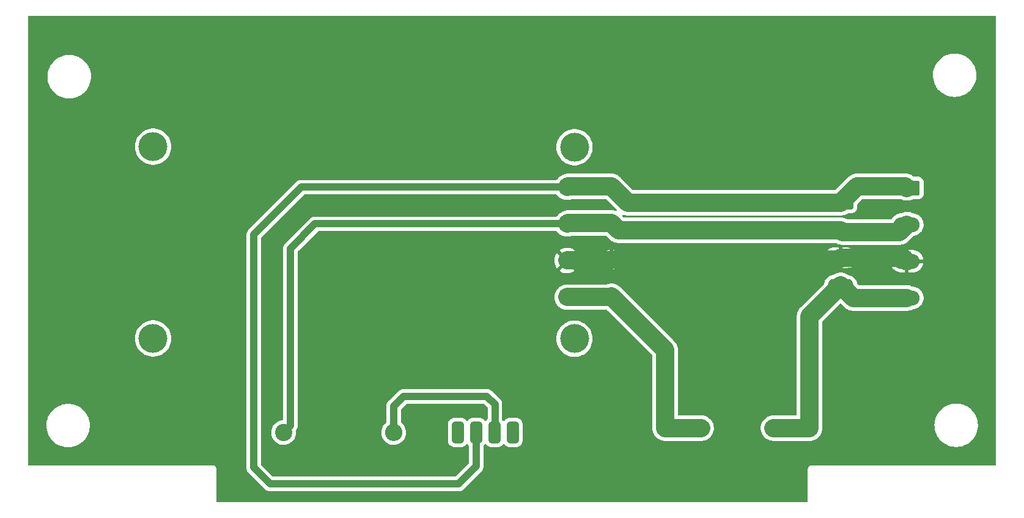
<source format=gbr>
%TF.GenerationSoftware,KiCad,Pcbnew,6.0.10+dfsg-1~bpo11+1*%
%TF.CreationDate,2023-01-27T21:38:02+00:00*%
%TF.ProjectId,mower_PowerDeviceCarrier,6d6f7765-725f-4506-9f77-657244657669,rev?*%
%TF.SameCoordinates,PX2b5aa20PY5837b10*%
%TF.FileFunction,Copper,L2,Bot*%
%TF.FilePolarity,Positive*%
%FSLAX46Y46*%
G04 Gerber Fmt 4.6, Leading zero omitted, Abs format (unit mm)*
G04 Created by KiCad (PCBNEW 6.0.10+dfsg-1~bpo11+1) date 2023-01-27 21:38:02*
%MOMM*%
%LPD*%
G01*
G04 APERTURE LIST*
G04 Aperture macros list*
%AMRoundRect*
0 Rectangle with rounded corners*
0 $1 Rounding radius*
0 $2 $3 $4 $5 $6 $7 $8 $9 X,Y pos of 4 corners*
0 Add a 4 corners polygon primitive as box body*
4,1,4,$2,$3,$4,$5,$6,$7,$8,$9,$2,$3,0*
0 Add four circle primitives for the rounded corners*
1,1,$1+$1,$2,$3*
1,1,$1+$1,$4,$5*
1,1,$1+$1,$6,$7*
1,1,$1+$1,$8,$9*
0 Add four rect primitives between the rounded corners*
20,1,$1+$1,$2,$3,$4,$5,0*
20,1,$1+$1,$4,$5,$6,$7,0*
20,1,$1+$1,$6,$7,$8,$9,0*
20,1,$1+$1,$8,$9,$2,$3,0*%
G04 Aperture macros list end*
%TA.AperFunction,ComponentPad*%
%ADD10C,2.350000*%
%TD*%
%TA.AperFunction,ComponentPad*%
%ADD11C,2.400000*%
%TD*%
%TA.AperFunction,ComponentPad*%
%ADD12O,2.400000X2.400000*%
%TD*%
%TA.AperFunction,ComponentPad*%
%ADD13C,4.000000*%
%TD*%
%TA.AperFunction,ComponentPad*%
%ADD14C,2.500000*%
%TD*%
%TA.AperFunction,ComponentPad*%
%ADD15RoundRect,0.250000X-1.550000X0.650000X-1.550000X-0.650000X1.550000X-0.650000X1.550000X0.650000X0*%
%TD*%
%TA.AperFunction,ComponentPad*%
%ADD16O,3.600000X1.800000*%
%TD*%
%TA.AperFunction,ComponentPad*%
%ADD17C,1.700000*%
%TD*%
%TA.AperFunction,ComponentPad*%
%ADD18O,1.700000X1.700000*%
%TD*%
%TA.AperFunction,ComponentPad*%
%ADD19RoundRect,0.249999X-1.550001X0.790001X-1.550001X-0.790001X1.550001X-0.790001X1.550001X0.790001X0*%
%TD*%
%TA.AperFunction,ComponentPad*%
%ADD20O,3.600000X2.080000*%
%TD*%
%TA.AperFunction,ComponentPad*%
%ADD21RoundRect,0.425000X0.425000X-1.075000X0.425000X1.075000X-0.425000X1.075000X-0.425000X-1.075000X0*%
%TD*%
%TA.AperFunction,Conductor*%
%ADD22C,2.500000*%
%TD*%
%TA.AperFunction,Conductor*%
%ADD23C,1.000000*%
%TD*%
G04 APERTURE END LIST*
D10*
%TO.P,F1,1*%
%TO.N,Net-(F1-Pad1)*%
X133866000Y-108708000D03*
X128866000Y-108708000D03*
%TO.P,F1,2*%
%TO.N,Net-(A1-Pad1)*%
X113866000Y-108708000D03*
X118866000Y-108708000D03*
%TD*%
D11*
%TO.P,R1,1*%
%TO.N,GND1*%
X61019400Y-109309200D03*
D12*
%TO.P,R1,2*%
%TO.N,Net-(J2-Pad2)*%
X76259400Y-109309200D03*
%TD*%
D13*
%TO.P,A1,*%
%TO.N,*%
X42959200Y-96280800D03*
X42959200Y-69680800D03*
X101319200Y-69760800D03*
X101309200Y-96310800D03*
D14*
%TO.P,A1,1,Vin+*%
%TO.N,Net-(A1-Pad1)*%
X100299200Y-90550800D03*
%TO.P,A1,2,Vin-*%
%TO.N,Net-(A1-Pad2)*%
X100299200Y-85470800D03*
%TO.P,A1,3,Vout+*%
%TO.N,+BATT*%
X100299200Y-75310800D03*
%TO.P,A1,4,Vout-*%
%TO.N,GND1*%
X100299200Y-80390800D03*
%TD*%
D15*
%TO.P,J3,1,Pin_1*%
%TO.N,+BATT*%
X138170000Y-77466000D03*
D16*
%TO.P,J3,2,Pin_2*%
%TO.N,GND1*%
X138170000Y-81276000D03*
%TO.P,J3,3,Pin_3*%
%TO.N,Net-(A1-Pad2)*%
X138170000Y-85086000D03*
%TO.P,J3,4,Pin_4*%
%TO.N,Net-(F1-Pad1)*%
X138170000Y-88896000D03*
%TD*%
D17*
%TO.P,J4,1,Pin_1*%
%TO.N,Net-(A1-Pad1)*%
X106420000Y-90420000D03*
D18*
%TO.P,J4,2,Pin_2*%
%TO.N,Net-(A1-Pad2)*%
X106420000Y-85340000D03*
%TO.P,J4,3,Pin_3*%
%TO.N,+BATT*%
X106420000Y-75180000D03*
%TO.P,J4,4,Pin_4*%
%TO.N,GND1*%
X106420000Y-80260000D03*
%TD*%
D19*
%TO.P,J1,1,Pin_1*%
%TO.N,+BATT*%
X147353500Y-75401600D03*
D20*
%TO.P,J1,2,Pin_2*%
%TO.N,GND1*%
X147353500Y-80481600D03*
%TO.P,J1,3,Pin_3*%
%TO.N,Net-(A1-Pad2)*%
X147353500Y-85561600D03*
%TO.P,J1,4,Pin_4*%
%TO.N,Net-(F1-Pad1)*%
X147353500Y-90641600D03*
%TD*%
D21*
%TO.P,J2,1,Pin_1*%
%TO.N,unconnected-(J2-Pad1)*%
X92769400Y-109309200D03*
%TO.P,J2,2,Pin_2*%
%TO.N,Net-(J2-Pad2)*%
X90229400Y-109309200D03*
%TO.P,J2,3,Pin_3*%
%TO.N,+BATT*%
X87689400Y-109309200D03*
%TO.P,J2,4,Pin_4*%
%TO.N,unconnected-(J2-Pad4)*%
X85149400Y-109309200D03*
%TD*%
D22*
%TO.N,GND1*%
X147353500Y-80481600D02*
X146305100Y-81530000D01*
X146305100Y-81530000D02*
X138424000Y-81530000D01*
X138170000Y-81276000D02*
X107436000Y-81276000D01*
X138170000Y-81276000D02*
X138424000Y-81530000D01*
D23*
X61970000Y-83816000D02*
X65395200Y-80390800D01*
X61970000Y-108358600D02*
X61970000Y-83816000D01*
D22*
X106420000Y-80260000D02*
X100430000Y-80260000D01*
D23*
X65395200Y-80390800D02*
X100299200Y-80390800D01*
D22*
X107436000Y-81276000D02*
X106420000Y-80260000D01*
D23*
X61019400Y-109309200D02*
X61970000Y-108358600D01*
D22*
X100430000Y-80260000D02*
X100299200Y-80390800D01*
D23*
%TO.N,+BATT*%
X85261800Y-116429600D02*
X59150600Y-116429600D01*
X87689400Y-109309200D02*
X87689400Y-114002000D01*
X87689400Y-114002000D02*
X85261800Y-116429600D01*
D22*
X138170000Y-77466000D02*
X108706000Y-77466000D01*
X140456000Y-75180000D02*
X147131900Y-75180000D01*
D23*
X59150600Y-116429600D02*
X56890000Y-114169000D01*
X56890000Y-81911000D02*
X63490200Y-75310800D01*
D22*
X147131900Y-75180000D02*
X147353500Y-75401600D01*
X138170000Y-77466000D02*
X140456000Y-75180000D01*
X100430000Y-75180000D02*
X100299200Y-75310800D01*
X108706000Y-77466000D02*
X106420000Y-75180000D01*
D23*
X63490200Y-75310800D02*
X100299200Y-75310800D01*
D22*
X106420000Y-75180000D02*
X100430000Y-75180000D01*
D23*
X56890000Y-114169000D02*
X56890000Y-81911000D01*
D22*
%TO.N,Net-(F1-Pad1)*%
X138170000Y-88896000D02*
X139948000Y-90674000D01*
X128866000Y-108708000D02*
X133866000Y-108708000D01*
X147321100Y-90674000D02*
X147353500Y-90641600D01*
X133866000Y-93200000D02*
X138170000Y-88896000D01*
X139948000Y-90674000D02*
X147321100Y-90674000D01*
X133866000Y-108708000D02*
X133866000Y-93200000D01*
%TO.N,Net-(A1-Pad1)*%
X106420000Y-90420000D02*
X113866000Y-97866000D01*
X100299200Y-90550800D02*
X106289200Y-90550800D01*
X113866000Y-97866000D02*
X113866000Y-108708000D01*
X113866000Y-108708000D02*
X118866000Y-108708000D01*
X106289200Y-90550800D02*
X106420000Y-90420000D01*
%TO.N,Net-(A1-Pad2)*%
X146877900Y-85086000D02*
X147353500Y-85561600D01*
X138170000Y-85086000D02*
X146877900Y-85086000D01*
X100299200Y-85470800D02*
X106289200Y-85470800D01*
X137916000Y-85340000D02*
X138170000Y-85086000D01*
X106420000Y-85340000D02*
X137916000Y-85340000D01*
X106289200Y-85470800D02*
X106420000Y-85340000D01*
D23*
%TO.N,Net-(J2-Pad2)*%
X89173400Y-104288400D02*
X90291000Y-105406000D01*
X90291000Y-105406000D02*
X90291000Y-109247600D01*
X76259400Y-109309200D02*
X76259400Y-105670800D01*
X76259400Y-105670800D02*
X77641800Y-104288400D01*
X77641800Y-104288400D02*
X89173400Y-104288400D01*
%TD*%
%TA.AperFunction,Conductor*%
%TO.N,Net-(A1-Pad2)*%
G36*
X92953179Y-51543522D02*
G01*
X159575609Y-51548454D01*
X159643729Y-51568461D01*
X159690218Y-51622120D01*
X159701600Y-51674433D01*
X159706586Y-83261873D01*
X159711400Y-113765237D01*
X159691409Y-113833361D01*
X159637760Y-113879862D01*
X159585354Y-113891257D01*
X142313849Y-113884634D01*
X134149135Y-113881503D01*
X134148414Y-113881501D01*
X134116104Y-113881304D01*
X134070279Y-113881024D01*
X134041954Y-113889119D01*
X134025160Y-113892700D01*
X133996002Y-113896865D01*
X133987832Y-113900576D01*
X133987828Y-113900577D01*
X133972511Y-113907534D01*
X133955032Y-113913962D01*
X133930229Y-113921051D01*
X133922638Y-113925840D01*
X133922637Y-113925841D01*
X133905329Y-113936762D01*
X133890200Y-113944922D01*
X133863384Y-113957102D01*
X133856581Y-113962959D01*
X133856578Y-113962961D01*
X133843834Y-113973933D01*
X133828860Y-113985009D01*
X133814638Y-113993982D01*
X133814633Y-113993986D01*
X133807042Y-113998776D01*
X133787544Y-114020854D01*
X133775322Y-114032923D01*
X133753003Y-114052139D01*
X133748120Y-114059666D01*
X133748116Y-114059671D01*
X133738964Y-114073780D01*
X133727703Y-114088611D01*
X133710622Y-114107951D01*
X133706808Y-114116075D01*
X133706807Y-114116076D01*
X133698108Y-114134605D01*
X133689764Y-114149620D01*
X133673731Y-114174336D01*
X133666327Y-114199060D01*
X133659682Y-114216449D01*
X133648719Y-114239800D01*
X133647338Y-114248667D01*
X133647338Y-114248668D01*
X133644188Y-114268897D01*
X133640392Y-114285658D01*
X133635526Y-114301908D01*
X133631943Y-114313871D01*
X133631885Y-114322847D01*
X133631719Y-114348333D01*
X133631682Y-114349218D01*
X133631500Y-114350386D01*
X133631500Y-114381723D01*
X133631497Y-114382541D01*
X133630997Y-114459526D01*
X133631404Y-114460950D01*
X133631500Y-114462368D01*
X133631500Y-118825424D01*
X133611498Y-118893545D01*
X133557842Y-118940038D01*
X133505486Y-118951424D01*
X88749822Y-118946029D01*
X51823240Y-118941577D01*
X51755121Y-118921567D01*
X51708635Y-118867905D01*
X51697255Y-118815825D01*
X51689586Y-114912287D01*
X51688514Y-114366619D01*
X51688516Y-114365608D01*
X51688586Y-114354199D01*
X51688976Y-114290279D01*
X51680677Y-114261240D01*
X51677135Y-114244727D01*
X51674086Y-114223729D01*
X51672796Y-114214845D01*
X51662379Y-114192054D01*
X51655834Y-114174319D01*
X51648949Y-114150229D01*
X51632834Y-114124688D01*
X51624800Y-114109833D01*
X51623577Y-114107157D01*
X51612247Y-114082368D01*
X51606377Y-114075582D01*
X51606374Y-114075578D01*
X51595859Y-114063423D01*
X51584588Y-114048223D01*
X51576014Y-114034634D01*
X51571224Y-114027042D01*
X51548591Y-114007053D01*
X51536708Y-113995047D01*
X51528024Y-113985009D01*
X51516952Y-113972210D01*
X51495901Y-113958624D01*
X51480819Y-113947199D01*
X51468775Y-113936562D01*
X51468774Y-113936561D01*
X51462049Y-113930622D01*
X51453929Y-113926809D01*
X51453925Y-113926807D01*
X51434714Y-113917787D01*
X51419943Y-113909601D01*
X51402113Y-113898095D01*
X51402111Y-113898094D01*
X51394568Y-113893226D01*
X51370545Y-113886093D01*
X51352878Y-113879366D01*
X51338326Y-113872534D01*
X51330200Y-113868719D01*
X51321331Y-113867338D01*
X51300362Y-113864073D01*
X51283886Y-113860361D01*
X51263543Y-113854321D01*
X51263539Y-113854320D01*
X51254936Y-113851766D01*
X51236276Y-113851689D01*
X51220707Y-113851624D01*
X51220304Y-113851608D01*
X51219614Y-113851500D01*
X51191070Y-113851500D01*
X51190548Y-113851499D01*
X51190391Y-113851498D01*
X51109279Y-113851162D01*
X51108335Y-113851434D01*
X51107376Y-113851500D01*
X25754500Y-113851500D01*
X25686379Y-113831498D01*
X25639886Y-113777842D01*
X25628500Y-113725500D01*
X25628500Y-108258141D01*
X28173088Y-108258141D01*
X28173183Y-108261770D01*
X28173183Y-108261772D01*
X28173929Y-108290243D01*
X28173929Y-108290245D01*
X28181928Y-108595711D01*
X28182170Y-108604971D01*
X28231056Y-108948460D01*
X28319097Y-109284053D01*
X28445127Y-109607303D01*
X28446824Y-109610508D01*
X28597820Y-109895690D01*
X28607475Y-109913926D01*
X28609525Y-109916909D01*
X28609527Y-109916912D01*
X28801933Y-110196864D01*
X28801939Y-110196871D01*
X28803990Y-110199856D01*
X28941459Y-110357440D01*
X29028727Y-110457477D01*
X29032066Y-110461305D01*
X29114829Y-110536613D01*
X29244468Y-110654575D01*
X29288681Y-110694806D01*
X29570433Y-110897266D01*
X29873588Y-111066000D01*
X30194128Y-111198772D01*
X30197622Y-111199767D01*
X30197624Y-111199768D01*
X30524303Y-111292825D01*
X30524308Y-111292826D01*
X30527804Y-111293822D01*
X30724504Y-111326033D01*
X30866612Y-111349304D01*
X30866619Y-111349305D01*
X30870193Y-111349890D01*
X31043476Y-111358062D01*
X31213131Y-111366063D01*
X31213132Y-111366063D01*
X31216758Y-111366234D01*
X31225615Y-111365630D01*
X31559273Y-111342884D01*
X31559281Y-111342883D01*
X31562904Y-111342636D01*
X31566479Y-111341973D01*
X31566482Y-111341973D01*
X31900479Y-111280070D01*
X31900483Y-111280069D01*
X31904044Y-111279409D01*
X32235656Y-111177392D01*
X32553345Y-111037936D01*
X32593623Y-111014400D01*
X32849760Y-110864726D01*
X32849762Y-110864725D01*
X32852900Y-110862891D01*
X32878672Y-110843541D01*
X33127444Y-110656758D01*
X33127448Y-110656755D01*
X33130351Y-110654575D01*
X33382019Y-110415750D01*
X33604570Y-110149583D01*
X33606881Y-110146066D01*
X33725679Y-109965211D01*
X33795053Y-109859599D01*
X33897818Y-109655273D01*
X33949317Y-109552880D01*
X33949320Y-109552872D01*
X33950944Y-109549644D01*
X33952189Y-109546242D01*
X34068929Y-109227237D01*
X34068930Y-109227233D01*
X34070177Y-109223826D01*
X34071022Y-109220304D01*
X34071025Y-109220296D01*
X34150324Y-108889991D01*
X34150325Y-108889987D01*
X34151171Y-108886462D01*
X34153610Y-108866308D01*
X34192516Y-108544804D01*
X34192516Y-108544797D01*
X34192852Y-108542025D01*
X34193187Y-108531382D01*
X34198313Y-108368263D01*
X34198799Y-108352800D01*
X34198407Y-108345993D01*
X34179036Y-108010046D01*
X34179035Y-108010041D01*
X34178827Y-108006426D01*
X34165640Y-107930869D01*
X34119800Y-107668215D01*
X34119798Y-107668208D01*
X34119176Y-107664642D01*
X34109211Y-107630999D01*
X34057266Y-107455637D01*
X34020637Y-107331980D01*
X34007378Y-107300895D01*
X33885940Y-107016186D01*
X33885938Y-107016183D01*
X33884516Y-107012848D01*
X33881651Y-107007824D01*
X33714408Y-106714616D01*
X33712617Y-106711476D01*
X33677020Y-106663016D01*
X33614893Y-106578441D01*
X33507218Y-106431860D01*
X33271042Y-106177704D01*
X33007219Y-105952378D01*
X32719247Y-105758869D01*
X32410941Y-105599740D01*
X32086389Y-105477102D01*
X32082868Y-105476218D01*
X32082863Y-105476216D01*
X31869952Y-105422737D01*
X31749892Y-105392580D01*
X31727676Y-105389655D01*
X31409515Y-105347768D01*
X31409507Y-105347767D01*
X31405911Y-105347294D01*
X31261245Y-105345021D01*
X31062646Y-105341901D01*
X31062642Y-105341901D01*
X31059004Y-105341844D01*
X31055390Y-105342205D01*
X31055384Y-105342205D01*
X30812043Y-105366494D01*
X30713769Y-105376303D01*
X30374783Y-105450214D01*
X30371356Y-105451387D01*
X30371350Y-105451389D01*
X30092506Y-105546859D01*
X30046539Y-105562597D01*
X29733388Y-105711963D01*
X29439479Y-105896332D01*
X29436643Y-105898604D01*
X29436636Y-105898609D01*
X29229899Y-106064237D01*
X29168709Y-106113259D01*
X28924666Y-106359871D01*
X28922425Y-106362729D01*
X28753286Y-106578441D01*
X28710586Y-106632898D01*
X28708693Y-106635987D01*
X28708691Y-106635990D01*
X28662433Y-106711476D01*
X28529305Y-106928721D01*
X28527780Y-106932006D01*
X28527778Y-106932010D01*
X28478810Y-107037504D01*
X28383227Y-107243420D01*
X28345366Y-107357902D01*
X28318382Y-107439494D01*
X28274287Y-107572823D01*
X28273551Y-107576378D01*
X28273550Y-107576381D01*
X28206983Y-107897821D01*
X28203930Y-107912564D01*
X28188056Y-108090433D01*
X28180836Y-108171332D01*
X28173088Y-108258141D01*
X25628500Y-108258141D01*
X25628500Y-96280800D01*
X40445740Y-96280800D01*
X40465559Y-96595820D01*
X40524705Y-96905872D01*
X40622244Y-97206066D01*
X40623931Y-97209652D01*
X40623933Y-97209656D01*
X40754950Y-97488083D01*
X40754954Y-97488090D01*
X40756638Y-97491669D01*
X40925768Y-97758175D01*
X41126967Y-98001382D01*
X41357060Y-98217454D01*
X41612421Y-98402984D01*
X41615890Y-98404891D01*
X41615893Y-98404893D01*
X41666990Y-98432984D01*
X41889021Y-98555047D01*
X41892690Y-98556500D01*
X41892695Y-98556502D01*
X42052573Y-98619802D01*
X42182498Y-98671243D01*
X42488225Y-98749740D01*
X42801379Y-98789300D01*
X43117021Y-98789300D01*
X43430175Y-98749740D01*
X43735902Y-98671243D01*
X43865827Y-98619802D01*
X44025705Y-98556502D01*
X44025710Y-98556500D01*
X44029379Y-98555047D01*
X44251410Y-98432984D01*
X44302507Y-98404893D01*
X44302510Y-98404891D01*
X44305979Y-98402984D01*
X44561340Y-98217454D01*
X44791433Y-98001382D01*
X44992632Y-97758175D01*
X45161762Y-97491669D01*
X45163446Y-97488090D01*
X45163450Y-97488083D01*
X45294467Y-97209656D01*
X45294469Y-97209652D01*
X45296156Y-97206066D01*
X45393695Y-96905872D01*
X45452841Y-96595820D01*
X45472660Y-96280800D01*
X45452841Y-95965780D01*
X45393695Y-95655728D01*
X45296156Y-95355534D01*
X45294467Y-95351944D01*
X45163450Y-95073517D01*
X45163446Y-95073510D01*
X45161762Y-95069931D01*
X44992632Y-94803425D01*
X44791433Y-94560218D01*
X44561340Y-94344146D01*
X44305979Y-94158616D01*
X44087418Y-94038460D01*
X44032848Y-94008460D01*
X44032847Y-94008459D01*
X44029379Y-94006553D01*
X44025710Y-94005100D01*
X44025705Y-94005098D01*
X43739572Y-93891810D01*
X43739571Y-93891810D01*
X43735902Y-93890357D01*
X43430175Y-93811860D01*
X43117021Y-93772300D01*
X42801379Y-93772300D01*
X42488225Y-93811860D01*
X42182498Y-93890357D01*
X42178829Y-93891810D01*
X42178828Y-93891810D01*
X41892695Y-94005098D01*
X41892690Y-94005100D01*
X41889021Y-94006553D01*
X41885553Y-94008459D01*
X41885552Y-94008460D01*
X41830983Y-94038460D01*
X41612421Y-94158616D01*
X41357060Y-94344146D01*
X41126967Y-94560218D01*
X40925768Y-94803425D01*
X40756638Y-95069931D01*
X40754954Y-95073510D01*
X40754950Y-95073517D01*
X40623933Y-95351944D01*
X40622244Y-95355534D01*
X40524705Y-95655728D01*
X40465559Y-95965780D01*
X40445740Y-96280800D01*
X25628500Y-96280800D01*
X25628500Y-81907462D01*
X55876626Y-81907462D01*
X55877206Y-81913593D01*
X55880941Y-81953109D01*
X55881500Y-81964967D01*
X55881500Y-114107157D01*
X55880763Y-114120764D01*
X55878387Y-114142639D01*
X55876676Y-114158388D01*
X55877213Y-114164523D01*
X55881050Y-114208388D01*
X55881379Y-114213214D01*
X55881500Y-114215686D01*
X55881500Y-114218769D01*
X55881801Y-114221837D01*
X55885690Y-114261506D01*
X55885812Y-114262819D01*
X55887460Y-114281650D01*
X55893913Y-114355413D01*
X55895400Y-114360532D01*
X55895920Y-114365833D01*
X55922791Y-114454834D01*
X55923126Y-114455967D01*
X55939567Y-114512554D01*
X55949091Y-114545336D01*
X55951544Y-114550068D01*
X55953084Y-114555169D01*
X55955978Y-114560612D01*
X55996731Y-114637260D01*
X55997343Y-114638426D01*
X56033589Y-114708350D01*
X56040108Y-114720926D01*
X56043431Y-114725089D01*
X56045934Y-114729796D01*
X56104755Y-114801918D01*
X56105446Y-114802774D01*
X56136738Y-114841973D01*
X56139242Y-114844477D01*
X56139884Y-114845195D01*
X56143585Y-114849528D01*
X56170935Y-114883062D01*
X56175682Y-114886989D01*
X56175684Y-114886991D01*
X56206262Y-114912287D01*
X56215042Y-114920277D01*
X58393745Y-117098979D01*
X58402847Y-117109122D01*
X58426568Y-117138625D01*
X58431296Y-117142592D01*
X58465021Y-117170891D01*
X58468669Y-117174072D01*
X58470481Y-117175715D01*
X58472675Y-117177909D01*
X58505949Y-117205242D01*
X58506747Y-117205904D01*
X58578074Y-117265754D01*
X58582744Y-117268322D01*
X58586861Y-117271703D01*
X58606679Y-117282329D01*
X58668686Y-117315577D01*
X58669845Y-117316206D01*
X58745981Y-117358062D01*
X58745989Y-117358065D01*
X58751387Y-117361033D01*
X58756469Y-117362645D01*
X58761163Y-117365162D01*
X58850131Y-117392362D01*
X58851159Y-117392682D01*
X58939906Y-117420835D01*
X58945202Y-117421429D01*
X58950298Y-117422987D01*
X59042857Y-117432390D01*
X59043993Y-117432511D01*
X59077608Y-117436281D01*
X59090330Y-117437708D01*
X59090334Y-117437708D01*
X59093827Y-117438100D01*
X59097354Y-117438100D01*
X59098339Y-117438155D01*
X59104019Y-117438602D01*
X59133425Y-117441589D01*
X59140937Y-117442352D01*
X59140939Y-117442352D01*
X59147062Y-117442974D01*
X59192708Y-117438659D01*
X59204567Y-117438100D01*
X85199957Y-117438100D01*
X85213564Y-117438837D01*
X85245062Y-117442259D01*
X85245067Y-117442259D01*
X85251188Y-117442924D01*
X85277438Y-117440627D01*
X85301188Y-117438550D01*
X85306014Y-117438221D01*
X85308486Y-117438100D01*
X85311569Y-117438100D01*
X85323538Y-117436926D01*
X85354306Y-117433910D01*
X85355619Y-117433788D01*
X85399884Y-117429915D01*
X85448213Y-117425687D01*
X85453332Y-117424200D01*
X85458633Y-117423680D01*
X85547634Y-117396809D01*
X85548767Y-117396474D01*
X85632214Y-117372230D01*
X85632218Y-117372228D01*
X85638136Y-117370509D01*
X85642868Y-117368056D01*
X85647969Y-117366516D01*
X85654973Y-117362792D01*
X85730060Y-117322869D01*
X85731226Y-117322257D01*
X85808253Y-117282329D01*
X85813726Y-117279492D01*
X85817889Y-117276169D01*
X85822596Y-117273666D01*
X85894718Y-117214845D01*
X85895574Y-117214154D01*
X85934773Y-117182862D01*
X85937277Y-117180358D01*
X85937995Y-117179716D01*
X85942328Y-117176015D01*
X85975862Y-117148665D01*
X86005088Y-117113337D01*
X86013077Y-117104558D01*
X88358779Y-114758855D01*
X88368922Y-114749753D01*
X88393618Y-114729897D01*
X88398425Y-114726032D01*
X88430692Y-114687578D01*
X88433872Y-114683931D01*
X88435515Y-114682119D01*
X88437709Y-114679925D01*
X88465042Y-114646651D01*
X88465748Y-114645800D01*
X88472437Y-114637829D01*
X88525554Y-114574526D01*
X88528122Y-114569856D01*
X88531503Y-114565739D01*
X88575377Y-114483914D01*
X88576006Y-114482755D01*
X88617862Y-114406619D01*
X88617865Y-114406611D01*
X88620833Y-114401213D01*
X88622445Y-114396131D01*
X88624962Y-114391437D01*
X88652147Y-114302523D01*
X88652539Y-114301265D01*
X88678772Y-114218567D01*
X88680635Y-114212694D01*
X88681229Y-114207403D01*
X88682788Y-114202302D01*
X88692190Y-114109737D01*
X88692325Y-114108470D01*
X88692384Y-114107951D01*
X88696217Y-114073780D01*
X88697508Y-114062270D01*
X88697508Y-114062265D01*
X88697900Y-114058773D01*
X88697900Y-114055248D01*
X88697955Y-114054263D01*
X88698404Y-114048559D01*
X88702152Y-114011666D01*
X88702152Y-114011661D01*
X88702774Y-114005538D01*
X88698459Y-113959891D01*
X88697900Y-113948033D01*
X88697900Y-111172979D01*
X88717902Y-111104858D01*
X88744602Y-111075062D01*
X88778120Y-111047920D01*
X88861480Y-110944979D01*
X88919894Y-110904627D01*
X88990851Y-110902261D01*
X89051823Y-110938634D01*
X89057320Y-110944979D01*
X89140680Y-111047920D01*
X89293179Y-111171411D01*
X89468021Y-111260498D01*
X89474394Y-111262206D01*
X89474395Y-111262206D01*
X89651987Y-111309792D01*
X89651991Y-111309793D01*
X89657564Y-111311286D01*
X89663320Y-111311739D01*
X89736606Y-111317507D01*
X89736615Y-111317507D01*
X89739063Y-111317700D01*
X90229201Y-111317700D01*
X90719736Y-111317699D01*
X90769620Y-111313774D01*
X90795482Y-111311739D01*
X90795485Y-111311739D01*
X90801236Y-111311286D01*
X90990779Y-111260498D01*
X91165621Y-111171411D01*
X91318120Y-111047920D01*
X91401480Y-110944979D01*
X91459894Y-110904627D01*
X91530851Y-110902261D01*
X91591823Y-110938634D01*
X91597320Y-110944979D01*
X91680680Y-111047920D01*
X91833179Y-111171411D01*
X92008021Y-111260498D01*
X92014394Y-111262206D01*
X92014395Y-111262206D01*
X92191987Y-111309792D01*
X92191991Y-111309793D01*
X92197564Y-111311286D01*
X92203320Y-111311739D01*
X92276606Y-111317507D01*
X92276615Y-111317507D01*
X92279063Y-111317700D01*
X92769201Y-111317700D01*
X93259736Y-111317699D01*
X93309620Y-111313774D01*
X93335482Y-111311739D01*
X93335485Y-111311739D01*
X93341236Y-111311286D01*
X93530779Y-111260498D01*
X93705621Y-111171411D01*
X93858120Y-111047920D01*
X93981611Y-110895421D01*
X94070698Y-110720579D01*
X94077604Y-110694806D01*
X94119992Y-110536613D01*
X94119993Y-110536609D01*
X94121486Y-110531036D01*
X94126441Y-110468081D01*
X94127707Y-110451994D01*
X94127707Y-110451985D01*
X94127900Y-110449537D01*
X94127899Y-108168864D01*
X94121486Y-108087364D01*
X94085972Y-107954826D01*
X94072406Y-107904195D01*
X94072406Y-107904194D01*
X94070698Y-107897821D01*
X93981611Y-107722979D01*
X93858120Y-107570480D01*
X93705621Y-107446989D01*
X93530779Y-107357902D01*
X93524405Y-107356194D01*
X93346813Y-107308608D01*
X93346809Y-107308607D01*
X93341236Y-107307114D01*
X93335480Y-107306661D01*
X93262194Y-107300893D01*
X93262185Y-107300893D01*
X93259737Y-107300700D01*
X92769599Y-107300700D01*
X92279064Y-107300701D01*
X92229180Y-107304626D01*
X92203318Y-107306661D01*
X92203315Y-107306661D01*
X92197564Y-107307114D01*
X92008021Y-107357902D01*
X91833179Y-107446989D01*
X91680680Y-107570480D01*
X91676525Y-107575611D01*
X91597320Y-107673421D01*
X91538906Y-107713773D01*
X91467949Y-107716139D01*
X91406977Y-107679766D01*
X91401480Y-107673421D01*
X91327580Y-107582162D01*
X91300254Y-107516635D01*
X91299500Y-107502868D01*
X91299500Y-105467842D01*
X91300237Y-105454235D01*
X91303659Y-105422737D01*
X91303659Y-105422732D01*
X91304324Y-105416611D01*
X91300766Y-105375943D01*
X91299950Y-105366609D01*
X91299621Y-105361784D01*
X91299500Y-105359313D01*
X91299500Y-105356231D01*
X91296373Y-105324343D01*
X91295309Y-105313489D01*
X91295187Y-105312174D01*
X91287623Y-105225719D01*
X91287087Y-105219587D01*
X91285600Y-105214468D01*
X91285080Y-105209167D01*
X91258209Y-105120166D01*
X91257874Y-105119033D01*
X91233630Y-105035586D01*
X91233628Y-105035582D01*
X91231909Y-105029664D01*
X91229456Y-105024932D01*
X91227916Y-105019831D01*
X91184269Y-104937740D01*
X91183657Y-104936574D01*
X91143729Y-104859547D01*
X91140892Y-104854074D01*
X91137569Y-104849911D01*
X91135066Y-104845204D01*
X91076245Y-104773082D01*
X91075554Y-104772226D01*
X91044262Y-104733027D01*
X91041758Y-104730523D01*
X91041116Y-104729805D01*
X91037415Y-104725472D01*
X91010065Y-104691938D01*
X90974737Y-104662712D01*
X90965958Y-104654723D01*
X89930255Y-103619021D01*
X89921153Y-103608878D01*
X89901297Y-103584182D01*
X89897432Y-103579375D01*
X89858978Y-103547108D01*
X89855331Y-103543928D01*
X89853519Y-103542285D01*
X89851325Y-103540091D01*
X89818051Y-103512758D01*
X89817253Y-103512096D01*
X89745926Y-103452246D01*
X89741256Y-103449678D01*
X89737139Y-103446297D01*
X89655314Y-103402423D01*
X89654155Y-103401794D01*
X89578019Y-103359938D01*
X89578011Y-103359935D01*
X89572613Y-103356967D01*
X89567531Y-103355355D01*
X89562837Y-103352838D01*
X89473869Y-103325638D01*
X89472841Y-103325318D01*
X89384094Y-103297165D01*
X89378798Y-103296571D01*
X89373702Y-103295013D01*
X89281143Y-103285610D01*
X89280007Y-103285489D01*
X89246392Y-103281719D01*
X89233670Y-103280292D01*
X89233666Y-103280292D01*
X89230173Y-103279900D01*
X89226646Y-103279900D01*
X89225661Y-103279845D01*
X89219981Y-103279398D01*
X89190575Y-103276411D01*
X89183063Y-103275648D01*
X89183061Y-103275648D01*
X89176938Y-103275026D01*
X89134659Y-103279023D01*
X89131291Y-103279341D01*
X89119433Y-103279900D01*
X77703643Y-103279900D01*
X77690036Y-103279163D01*
X77658538Y-103275741D01*
X77658533Y-103275741D01*
X77652412Y-103275076D01*
X77626162Y-103277373D01*
X77602412Y-103279450D01*
X77597586Y-103279779D01*
X77595114Y-103279900D01*
X77592031Y-103279900D01*
X77580062Y-103281074D01*
X77549294Y-103284090D01*
X77547981Y-103284212D01*
X77503716Y-103288085D01*
X77455387Y-103292313D01*
X77450268Y-103293800D01*
X77444967Y-103294320D01*
X77355966Y-103321191D01*
X77354833Y-103321526D01*
X77271386Y-103345770D01*
X77271382Y-103345772D01*
X77265464Y-103347491D01*
X77260732Y-103349944D01*
X77255631Y-103351484D01*
X77250188Y-103354378D01*
X77173540Y-103395131D01*
X77172374Y-103395743D01*
X77095347Y-103435671D01*
X77089874Y-103438508D01*
X77085711Y-103441831D01*
X77081004Y-103444334D01*
X77076229Y-103448228D01*
X77076228Y-103448229D01*
X77008902Y-103503139D01*
X77007875Y-103503967D01*
X76971592Y-103532931D01*
X76971587Y-103532936D01*
X76968828Y-103535138D01*
X76966327Y-103537639D01*
X76965609Y-103538281D01*
X76961261Y-103541994D01*
X76927738Y-103569335D01*
X76923815Y-103574077D01*
X76923813Y-103574079D01*
X76898503Y-103604673D01*
X76890513Y-103613453D01*
X75590021Y-104913945D01*
X75579878Y-104923047D01*
X75550375Y-104946768D01*
X75546408Y-104951496D01*
X75518109Y-104985221D01*
X75514928Y-104988869D01*
X75513285Y-104990681D01*
X75511091Y-104992875D01*
X75483758Y-105026149D01*
X75483096Y-105026947D01*
X75423246Y-105098274D01*
X75420678Y-105102944D01*
X75417297Y-105107061D01*
X75410201Y-105120296D01*
X75373423Y-105188886D01*
X75372794Y-105190045D01*
X75330938Y-105266181D01*
X75330935Y-105266189D01*
X75327967Y-105271587D01*
X75326355Y-105276669D01*
X75323838Y-105281363D01*
X75296638Y-105370331D01*
X75296318Y-105371359D01*
X75268165Y-105460106D01*
X75267571Y-105465402D01*
X75266013Y-105470498D01*
X75256658Y-105562597D01*
X75256618Y-105562987D01*
X75256493Y-105564156D01*
X75250900Y-105614027D01*
X75250900Y-105617554D01*
X75250845Y-105618539D01*
X75250398Y-105624219D01*
X75246026Y-105667262D01*
X75246606Y-105673393D01*
X75250341Y-105712909D01*
X75250900Y-105724767D01*
X75250900Y-107862748D01*
X75230898Y-107930869D01*
X75208802Y-107956750D01*
X75149089Y-108010046D01*
X75063789Y-108086179D01*
X75026962Y-108119048D01*
X74864583Y-108314287D01*
X74732847Y-108531382D01*
X74731038Y-108535696D01*
X74731037Y-108535698D01*
X74637897Y-108757813D01*
X74634646Y-108765565D01*
X74633495Y-108770097D01*
X74633494Y-108770100D01*
X74609064Y-108866295D01*
X74572138Y-109011690D01*
X74546696Y-109264351D01*
X74546920Y-109269017D01*
X74546920Y-109269022D01*
X74549840Y-109329810D01*
X74558880Y-109517998D01*
X74579978Y-109624066D01*
X74601454Y-109732030D01*
X74608421Y-109767057D01*
X74610000Y-109771455D01*
X74610002Y-109771462D01*
X74661152Y-109913926D01*
X74694231Y-110006058D01*
X74696448Y-110010184D01*
X74801785Y-110206226D01*
X74814425Y-110229751D01*
X74817220Y-110233494D01*
X74817222Y-110233497D01*
X74963571Y-110429482D01*
X74963576Y-110429488D01*
X74966363Y-110433220D01*
X74969672Y-110436500D01*
X74969677Y-110436506D01*
X75068259Y-110534231D01*
X75146707Y-110611997D01*
X75150469Y-110614755D01*
X75150472Y-110614758D01*
X75192163Y-110645327D01*
X75351494Y-110762153D01*
X75355629Y-110764329D01*
X75355633Y-110764331D01*
X75473689Y-110826443D01*
X75576227Y-110880391D01*
X75815968Y-110964112D01*
X76065450Y-111011478D01*
X76185932Y-111016211D01*
X76314525Y-111021264D01*
X76314530Y-111021264D01*
X76319193Y-111021447D01*
X76418174Y-111010607D01*
X76566969Y-110994312D01*
X76566975Y-110994311D01*
X76571622Y-110993802D01*
X76606931Y-110984506D01*
X76812673Y-110930338D01*
X76817193Y-110929148D01*
X77007385Y-110847436D01*
X77046207Y-110830757D01*
X77046210Y-110830755D01*
X77050510Y-110828908D01*
X77054490Y-110826445D01*
X77054494Y-110826443D01*
X77262464Y-110697747D01*
X77262466Y-110697745D01*
X77266447Y-110695282D01*
X77317487Y-110652074D01*
X77456689Y-110534231D01*
X77456691Y-110534229D01*
X77460262Y-110531206D01*
X77627695Y-110340284D01*
X77635895Y-110327537D01*
X77762541Y-110130642D01*
X77765069Y-110126712D01*
X77869367Y-109895180D01*
X77938296Y-109650775D01*
X77961068Y-109471774D01*
X77969945Y-109401998D01*
X77969945Y-109401992D01*
X77970343Y-109398867D01*
X77970433Y-109395459D01*
X77972608Y-109312360D01*
X77972691Y-109309200D01*
X77967239Y-109235836D01*
X77954218Y-109060611D01*
X77954217Y-109060607D01*
X77953872Y-109055959D01*
X77951225Y-109044258D01*
X77898859Y-108812839D01*
X77897828Y-108808282D01*
X77894717Y-108800282D01*
X77807484Y-108575962D01*
X77807483Y-108575960D01*
X77805791Y-108571609D01*
X77801441Y-108563998D01*
X77682102Y-108355197D01*
X77682100Y-108355195D01*
X77679783Y-108351140D01*
X77522571Y-108151717D01*
X77337609Y-107977723D01*
X77322080Y-107966950D01*
X77277510Y-107911687D01*
X77267900Y-107863423D01*
X77267900Y-106140726D01*
X77287902Y-106072605D01*
X77304804Y-106051631D01*
X78022629Y-105333805D01*
X78084942Y-105299780D01*
X78111725Y-105296900D01*
X88703474Y-105296900D01*
X88771595Y-105316902D01*
X88792569Y-105333804D01*
X89245595Y-105786829D01*
X89279620Y-105849142D01*
X89282500Y-105875925D01*
X89282500Y-107395538D01*
X89262498Y-107463659D01*
X89235795Y-107493457D01*
X89140680Y-107570480D01*
X89131220Y-107582162D01*
X89057320Y-107673421D01*
X88998906Y-107713773D01*
X88927949Y-107716139D01*
X88866977Y-107679766D01*
X88861480Y-107673421D01*
X88782275Y-107575611D01*
X88778120Y-107570480D01*
X88625621Y-107446989D01*
X88450779Y-107357902D01*
X88444405Y-107356194D01*
X88266813Y-107308608D01*
X88266809Y-107308607D01*
X88261236Y-107307114D01*
X88255480Y-107306661D01*
X88182194Y-107300893D01*
X88182185Y-107300893D01*
X88179737Y-107300700D01*
X87689599Y-107300700D01*
X87199064Y-107300701D01*
X87149180Y-107304626D01*
X87123318Y-107306661D01*
X87123315Y-107306661D01*
X87117564Y-107307114D01*
X86928021Y-107357902D01*
X86753179Y-107446989D01*
X86600680Y-107570480D01*
X86596525Y-107575611D01*
X86517320Y-107673421D01*
X86458906Y-107713773D01*
X86387949Y-107716139D01*
X86326977Y-107679766D01*
X86321480Y-107673421D01*
X86242275Y-107575611D01*
X86238120Y-107570480D01*
X86085621Y-107446989D01*
X85910779Y-107357902D01*
X85904405Y-107356194D01*
X85726813Y-107308608D01*
X85726809Y-107308607D01*
X85721236Y-107307114D01*
X85715480Y-107306661D01*
X85642194Y-107300893D01*
X85642185Y-107300893D01*
X85639737Y-107300700D01*
X85149599Y-107300700D01*
X84659064Y-107300701D01*
X84609180Y-107304626D01*
X84583318Y-107306661D01*
X84583315Y-107306661D01*
X84577564Y-107307114D01*
X84388021Y-107357902D01*
X84213179Y-107446989D01*
X84060680Y-107570480D01*
X83937189Y-107722979D01*
X83848102Y-107897821D01*
X83846394Y-107904194D01*
X83846394Y-107904195D01*
X83801379Y-108072195D01*
X83797314Y-108087364D01*
X83796861Y-108093118D01*
X83796861Y-108093120D01*
X83791094Y-108166404D01*
X83790900Y-108168863D01*
X83790901Y-110449536D01*
X83797314Y-110531036D01*
X83819747Y-110614758D01*
X83840542Y-110692363D01*
X83848102Y-110720579D01*
X83937189Y-110895421D01*
X84060680Y-111047920D01*
X84213179Y-111171411D01*
X84388021Y-111260498D01*
X84394394Y-111262206D01*
X84394395Y-111262206D01*
X84571987Y-111309792D01*
X84571991Y-111309793D01*
X84577564Y-111311286D01*
X84583320Y-111311739D01*
X84656606Y-111317507D01*
X84656615Y-111317507D01*
X84659063Y-111317700D01*
X85149201Y-111317700D01*
X85639736Y-111317699D01*
X85689620Y-111313774D01*
X85715482Y-111311739D01*
X85715485Y-111311739D01*
X85721236Y-111311286D01*
X85910779Y-111260498D01*
X86085621Y-111171411D01*
X86238120Y-111047920D01*
X86321480Y-110944979D01*
X86379894Y-110904627D01*
X86450851Y-110902261D01*
X86511823Y-110938634D01*
X86517320Y-110944979D01*
X86600680Y-111047920D01*
X86634196Y-111075061D01*
X86674546Y-111133473D01*
X86680900Y-111172979D01*
X86680900Y-113532075D01*
X86660898Y-113600196D01*
X86643995Y-113621170D01*
X84880971Y-115384195D01*
X84818659Y-115418220D01*
X84791876Y-115421100D01*
X59620525Y-115421100D01*
X59552404Y-115401098D01*
X59531430Y-115384195D01*
X57935405Y-113788171D01*
X57901380Y-113725859D01*
X57898500Y-113699076D01*
X57898500Y-82380925D01*
X57918502Y-82312804D01*
X57935405Y-82291830D01*
X63871029Y-76356205D01*
X63933341Y-76322179D01*
X63960124Y-76319300D01*
X98793790Y-76319300D01*
X98861911Y-76339302D01*
X98896048Y-76371685D01*
X98945590Y-76440504D01*
X98945602Y-76440518D01*
X98948333Y-76444312D01*
X98951596Y-76447661D01*
X98951599Y-76447665D01*
X98953329Y-76449440D01*
X98964042Y-76461984D01*
X98965521Y-76463965D01*
X98965527Y-76463972D01*
X98968322Y-76467715D01*
X98971640Y-76471004D01*
X98971646Y-76471011D01*
X99049468Y-76548156D01*
X99051017Y-76549719D01*
X99127447Y-76628178D01*
X99127452Y-76628182D01*
X99130715Y-76631532D01*
X99134438Y-76634363D01*
X99136419Y-76635869D01*
X99148860Y-76646684D01*
X99153943Y-76651723D01*
X99157713Y-76654487D01*
X99157715Y-76654489D01*
X99246078Y-76719280D01*
X99247838Y-76720595D01*
X99338767Y-76789738D01*
X99345054Y-76793187D01*
X99358946Y-76802038D01*
X99360948Y-76803506D01*
X99360954Y-76803510D01*
X99364724Y-76806274D01*
X99368861Y-76808450D01*
X99368868Y-76808455D01*
X99465790Y-76859448D01*
X99467703Y-76860475D01*
X99567917Y-76915454D01*
X99574439Y-76917860D01*
X99574642Y-76917935D01*
X99589698Y-76924639D01*
X99591883Y-76925789D01*
X99591893Y-76925794D01*
X99596034Y-76927972D01*
X99703910Y-76965645D01*
X99705918Y-76966366D01*
X99813132Y-77005919D01*
X99817708Y-77006871D01*
X99817716Y-77006873D01*
X99820146Y-77007378D01*
X99836025Y-77011782D01*
X99838363Y-77012599D01*
X99838377Y-77012603D01*
X99842790Y-77014144D01*
X99955026Y-77035452D01*
X99957120Y-77035869D01*
X100069026Y-77059145D01*
X100073686Y-77059410D01*
X100073688Y-77059410D01*
X100076190Y-77059552D01*
X100092524Y-77061558D01*
X100094968Y-77062022D01*
X100094985Y-77062024D01*
X100099574Y-77062895D01*
X100104242Y-77063078D01*
X100104247Y-77063079D01*
X100213750Y-77067381D01*
X100215946Y-77067487D01*
X100325301Y-77073697D01*
X100325307Y-77073697D01*
X100329976Y-77073962D01*
X100337107Y-77073307D01*
X100353587Y-77072876D01*
X100356069Y-77072974D01*
X100356079Y-77072974D01*
X100360743Y-77073157D01*
X100407957Y-77067986D01*
X100474323Y-77060718D01*
X100476511Y-77060498D01*
X100585586Y-77050476D01*
X100585592Y-77050475D01*
X100590250Y-77050047D01*
X100594802Y-77048933D01*
X100594804Y-77048933D01*
X100597217Y-77048343D01*
X100613429Y-77045484D01*
X100615917Y-77045211D01*
X100615922Y-77045210D01*
X100620560Y-77044702D01*
X100625068Y-77043515D01*
X100625074Y-77043514D01*
X100731039Y-77015616D01*
X100733169Y-77015075D01*
X100839586Y-76989035D01*
X100839587Y-76989035D01*
X100844130Y-76987923D01*
X100848459Y-76986152D01*
X100848462Y-76986151D01*
X100850759Y-76985211D01*
X100866383Y-76979983D01*
X100868789Y-76979349D01*
X100873317Y-76978157D01*
X100941806Y-76948732D01*
X100991543Y-76938500D01*
X105639415Y-76938500D01*
X105707536Y-76958502D01*
X105728510Y-76975405D01*
X106449692Y-77696586D01*
X107145253Y-78392147D01*
X107179278Y-78454459D01*
X107174214Y-78525274D01*
X107131667Y-78582110D01*
X107065147Y-78606921D01*
X107014096Y-78600014D01*
X107012925Y-78599599D01*
X107008645Y-78597716D01*
X107004138Y-78596487D01*
X107004129Y-78596484D01*
X107001729Y-78595830D01*
X106986152Y-78590467D01*
X106979545Y-78587697D01*
X106975017Y-78586547D01*
X106975014Y-78586546D01*
X106868827Y-78559578D01*
X106866701Y-78559018D01*
X106826944Y-78548179D01*
X106756479Y-78528968D01*
X106751839Y-78528419D01*
X106751834Y-78528418D01*
X106749373Y-78528127D01*
X106733157Y-78525122D01*
X106726217Y-78523359D01*
X106676656Y-78518368D01*
X106612572Y-78511915D01*
X106610387Y-78511676D01*
X106511680Y-78499994D01*
X106496920Y-78498247D01*
X106392394Y-78501441D01*
X106388546Y-78501500D01*
X100484897Y-78501500D01*
X100477754Y-78501297D01*
X100403900Y-78497103D01*
X100403893Y-78497103D01*
X100399224Y-78496838D01*
X100285497Y-78507288D01*
X100283332Y-78507469D01*
X100169348Y-78515939D01*
X100162376Y-78517517D01*
X100146089Y-78520097D01*
X100138950Y-78520753D01*
X100134416Y-78521863D01*
X100134407Y-78521864D01*
X100027930Y-78547919D01*
X100025790Y-78548423D01*
X99978968Y-78559018D01*
X99914423Y-78573623D01*
X99907750Y-78576218D01*
X99892045Y-78581169D01*
X99889614Y-78581764D01*
X99889604Y-78581767D01*
X99885069Y-78582877D01*
X99779243Y-78626172D01*
X99777252Y-78626966D01*
X99670823Y-78668353D01*
X99664774Y-78671810D01*
X99664599Y-78671910D01*
X99649794Y-78679131D01*
X99643161Y-78681845D01*
X99544925Y-78740288D01*
X99543101Y-78741352D01*
X99447964Y-78795727D01*
X99447960Y-78795729D01*
X99443902Y-78798049D01*
X99438280Y-78802481D01*
X99424709Y-78811809D01*
X99418537Y-78815481D01*
X99414929Y-78818428D01*
X99414923Y-78818433D01*
X99330035Y-78887790D01*
X99328320Y-78889166D01*
X99252102Y-78949252D01*
X99238643Y-78959862D01*
X99193844Y-79007485D01*
X99166971Y-79036052D01*
X99164291Y-79038814D01*
X99094578Y-79108527D01*
X99089384Y-79113435D01*
X99056122Y-79143123D01*
X99030694Y-79165818D01*
X98978012Y-79229162D01*
X98957655Y-79253638D01*
X98956234Y-79255317D01*
X98884517Y-79338548D01*
X98824897Y-79377097D01*
X98789064Y-79382300D01*
X65457042Y-79382300D01*
X65443435Y-79381563D01*
X65411937Y-79378141D01*
X65411932Y-79378141D01*
X65405811Y-79377476D01*
X65387811Y-79379051D01*
X65355809Y-79381850D01*
X65350984Y-79382179D01*
X65348513Y-79382300D01*
X65345431Y-79382300D01*
X65322963Y-79384503D01*
X65302689Y-79386491D01*
X65301374Y-79386613D01*
X65269113Y-79389436D01*
X65208787Y-79394713D01*
X65203668Y-79396200D01*
X65198367Y-79396720D01*
X65109394Y-79423582D01*
X65108254Y-79423920D01*
X65018863Y-79449891D01*
X65014129Y-79452345D01*
X65009031Y-79453884D01*
X65003587Y-79456778D01*
X65003586Y-79456779D01*
X64927031Y-79497484D01*
X64925863Y-79498098D01*
X64888547Y-79517441D01*
X64843274Y-79540908D01*
X64839111Y-79544231D01*
X64834404Y-79546734D01*
X64762282Y-79605555D01*
X64761426Y-79606246D01*
X64722227Y-79637538D01*
X64719723Y-79640042D01*
X64719005Y-79640684D01*
X64714672Y-79644385D01*
X64681138Y-79671735D01*
X64677211Y-79676482D01*
X64677209Y-79676484D01*
X64651913Y-79707062D01*
X64643923Y-79715842D01*
X61300621Y-83059145D01*
X61290478Y-83068247D01*
X61260975Y-83091968D01*
X61242493Y-83113994D01*
X61228709Y-83130421D01*
X61225528Y-83134069D01*
X61223885Y-83135881D01*
X61221691Y-83138075D01*
X61194358Y-83171349D01*
X61193696Y-83172147D01*
X61133846Y-83243474D01*
X61131278Y-83248144D01*
X61127897Y-83252261D01*
X61105966Y-83293162D01*
X61084023Y-83334086D01*
X61083394Y-83335245D01*
X61041538Y-83411381D01*
X61041535Y-83411389D01*
X61038567Y-83416787D01*
X61036955Y-83421869D01*
X61034438Y-83426563D01*
X61007238Y-83515531D01*
X61006918Y-83516559D01*
X60978765Y-83605306D01*
X60978171Y-83610602D01*
X60976613Y-83615698D01*
X60969689Y-83683865D01*
X60967218Y-83708187D01*
X60967089Y-83709393D01*
X60961500Y-83759227D01*
X60961500Y-83762754D01*
X60961445Y-83763739D01*
X60960998Y-83769419D01*
X60956626Y-83812462D01*
X60958739Y-83834817D01*
X60960941Y-83858109D01*
X60961500Y-83869967D01*
X60961500Y-107482737D01*
X60941498Y-107550858D01*
X60887842Y-107597351D01*
X60852493Y-107607586D01*
X60663187Y-107633349D01*
X60419393Y-107704408D01*
X60188780Y-107810722D01*
X60184871Y-107813285D01*
X59980328Y-107947389D01*
X59980323Y-107947393D01*
X59976415Y-107949955D01*
X59909089Y-108010046D01*
X59823789Y-108086179D01*
X59786962Y-108119048D01*
X59624583Y-108314287D01*
X59492847Y-108531382D01*
X59491038Y-108535696D01*
X59491037Y-108535698D01*
X59397897Y-108757813D01*
X59394646Y-108765565D01*
X59393495Y-108770097D01*
X59393494Y-108770100D01*
X59369064Y-108866295D01*
X59332138Y-109011690D01*
X59306696Y-109264351D01*
X59306920Y-109269017D01*
X59306920Y-109269022D01*
X59309840Y-109329810D01*
X59318880Y-109517998D01*
X59339978Y-109624066D01*
X59361454Y-109732030D01*
X59368421Y-109767057D01*
X59370000Y-109771455D01*
X59370002Y-109771462D01*
X59421152Y-109913926D01*
X59454231Y-110006058D01*
X59456448Y-110010184D01*
X59561785Y-110206226D01*
X59574425Y-110229751D01*
X59577220Y-110233494D01*
X59577222Y-110233497D01*
X59723571Y-110429482D01*
X59723576Y-110429488D01*
X59726363Y-110433220D01*
X59729672Y-110436500D01*
X59729677Y-110436506D01*
X59828259Y-110534231D01*
X59906707Y-110611997D01*
X59910469Y-110614755D01*
X59910472Y-110614758D01*
X59952163Y-110645327D01*
X60111494Y-110762153D01*
X60115629Y-110764329D01*
X60115633Y-110764331D01*
X60233689Y-110826443D01*
X60336227Y-110880391D01*
X60575968Y-110964112D01*
X60825450Y-111011478D01*
X60945932Y-111016211D01*
X61074525Y-111021264D01*
X61074530Y-111021264D01*
X61079193Y-111021447D01*
X61178174Y-111010607D01*
X61326969Y-110994312D01*
X61326975Y-110994311D01*
X61331622Y-110993802D01*
X61366931Y-110984506D01*
X61572673Y-110930338D01*
X61577193Y-110929148D01*
X61767385Y-110847436D01*
X61806207Y-110830757D01*
X61806210Y-110830755D01*
X61810510Y-110828908D01*
X61814490Y-110826445D01*
X61814494Y-110826443D01*
X62022464Y-110697747D01*
X62022466Y-110697745D01*
X62026447Y-110695282D01*
X62077487Y-110652074D01*
X62216689Y-110534231D01*
X62216691Y-110534229D01*
X62220262Y-110531206D01*
X62387695Y-110340284D01*
X62395895Y-110327537D01*
X62522541Y-110130642D01*
X62525069Y-110126712D01*
X62629367Y-109895180D01*
X62698296Y-109650775D01*
X62721068Y-109471774D01*
X62729945Y-109401998D01*
X62729945Y-109401992D01*
X62730343Y-109398867D01*
X62730433Y-109395459D01*
X62732608Y-109312360D01*
X62732691Y-109309200D01*
X62716655Y-109093412D01*
X62731554Y-109023997D01*
X62744962Y-109004078D01*
X62745566Y-109003343D01*
X62746391Y-109002349D01*
X62797473Y-108941471D01*
X62806154Y-108931126D01*
X62808723Y-108926452D01*
X62812102Y-108922339D01*
X62823886Y-108900363D01*
X62833275Y-108882852D01*
X62855975Y-108840515D01*
X62856584Y-108839393D01*
X62870931Y-108813297D01*
X62894678Y-108770100D01*
X62898464Y-108763214D01*
X62898465Y-108763212D01*
X62901433Y-108757813D01*
X62903045Y-108752731D01*
X62905562Y-108748037D01*
X62932762Y-108659069D01*
X62933108Y-108657958D01*
X62954335Y-108591046D01*
X62961235Y-108569294D01*
X62961829Y-108563998D01*
X62963387Y-108558902D01*
X62972790Y-108466343D01*
X62972911Y-108465207D01*
X62978500Y-108415373D01*
X62978500Y-108411846D01*
X62978555Y-108410861D01*
X62979002Y-108405181D01*
X62983374Y-108362138D01*
X62979059Y-108316491D01*
X62978500Y-108304633D01*
X62978500Y-96310800D01*
X98795740Y-96310800D01*
X98815559Y-96625820D01*
X98874705Y-96935872D01*
X98889368Y-96981000D01*
X98965170Y-97214293D01*
X98972244Y-97236066D01*
X98973931Y-97239652D01*
X98973933Y-97239656D01*
X99104950Y-97518083D01*
X99104954Y-97518090D01*
X99106638Y-97521669D01*
X99275768Y-97788175D01*
X99476967Y-98031382D01*
X99707060Y-98247454D01*
X99962421Y-98432984D01*
X99965890Y-98434891D01*
X99965893Y-98434893D01*
X100187098Y-98556502D01*
X100239021Y-98585047D01*
X100242690Y-98586500D01*
X100242695Y-98586502D01*
X100528828Y-98699790D01*
X100532498Y-98701243D01*
X100838225Y-98779740D01*
X101151379Y-98819300D01*
X101467021Y-98819300D01*
X101780175Y-98779740D01*
X102085902Y-98701243D01*
X102089572Y-98699790D01*
X102375705Y-98586502D01*
X102375710Y-98586500D01*
X102379379Y-98585047D01*
X102431302Y-98556502D01*
X102652507Y-98434893D01*
X102652510Y-98434891D01*
X102655979Y-98432984D01*
X102911340Y-98247454D01*
X103141433Y-98031382D01*
X103342632Y-97788175D01*
X103511762Y-97521669D01*
X103513446Y-97518090D01*
X103513450Y-97518083D01*
X103644467Y-97239656D01*
X103644469Y-97239652D01*
X103646156Y-97236066D01*
X103653231Y-97214293D01*
X103729032Y-96981000D01*
X103743695Y-96935872D01*
X103802841Y-96625820D01*
X103822660Y-96310800D01*
X103802841Y-95995780D01*
X103743695Y-95685728D01*
X103646156Y-95385534D01*
X103630350Y-95351944D01*
X103513450Y-95103517D01*
X103513446Y-95103510D01*
X103511762Y-95099931D01*
X103342632Y-94833425D01*
X103141433Y-94590218D01*
X102911340Y-94374146D01*
X102655979Y-94188616D01*
X102605643Y-94160943D01*
X102382848Y-94038460D01*
X102382847Y-94038459D01*
X102379379Y-94036553D01*
X102375710Y-94035100D01*
X102375705Y-94035098D01*
X102089572Y-93921810D01*
X102089571Y-93921810D01*
X102085902Y-93920357D01*
X101780175Y-93841860D01*
X101467021Y-93802300D01*
X101151379Y-93802300D01*
X100838225Y-93841860D01*
X100532498Y-93920357D01*
X100528829Y-93921810D01*
X100528828Y-93921810D01*
X100242695Y-94035098D01*
X100242690Y-94035100D01*
X100239021Y-94036553D01*
X100235553Y-94038459D01*
X100235552Y-94038460D01*
X100012758Y-94160943D01*
X99962421Y-94188616D01*
X99707060Y-94374146D01*
X99476967Y-94590218D01*
X99275768Y-94833425D01*
X99106638Y-95099931D01*
X99104954Y-95103510D01*
X99104950Y-95103517D01*
X98988050Y-95351944D01*
X98972244Y-95385534D01*
X98874705Y-95685728D01*
X98815559Y-95995780D01*
X98795740Y-96310800D01*
X62978500Y-96310800D01*
X62978500Y-90504639D01*
X98536373Y-90504639D01*
X98536597Y-90509305D01*
X98536597Y-90509310D01*
X98539881Y-90577666D01*
X98540015Y-90585347D01*
X98539058Y-90658455D01*
X98539689Y-90663088D01*
X98545585Y-90706412D01*
X98546591Y-90717358D01*
X98548913Y-90765708D01*
X98549825Y-90770292D01*
X98549825Y-90770293D01*
X98563177Y-90837415D01*
X98564447Y-90845007D01*
X98574304Y-90917438D01*
X98575612Y-90921924D01*
X98575612Y-90921926D01*
X98587847Y-90963902D01*
X98590460Y-90974579D01*
X98598991Y-91017469D01*
X98598993Y-91017476D01*
X98599904Y-91022056D01*
X98601483Y-91026455D01*
X98601484Y-91026457D01*
X98624608Y-91090862D01*
X98626986Y-91098182D01*
X98647443Y-91168367D01*
X98667714Y-91212338D01*
X98671868Y-91222493D01*
X98688226Y-91268052D01*
X98690443Y-91272178D01*
X98722823Y-91332440D01*
X98726255Y-91339322D01*
X98756868Y-91405728D01*
X98759433Y-91409640D01*
X98783408Y-91446208D01*
X98789020Y-91455640D01*
X98811937Y-91498291D01*
X98814730Y-91502032D01*
X98814735Y-91502039D01*
X98855679Y-91556868D01*
X98860094Y-91563174D01*
X98897606Y-91620390D01*
X98897610Y-91620395D01*
X98900176Y-91624309D01*
X98903289Y-91627797D01*
X98903293Y-91627802D01*
X98919023Y-91645425D01*
X98932411Y-91660425D01*
X98939361Y-91668932D01*
X98965525Y-91703971D01*
X98965534Y-91703981D01*
X98968322Y-91707715D01*
X98971631Y-91710995D01*
X98971636Y-91711001D01*
X99020241Y-91759183D01*
X99025538Y-91764765D01*
X99074218Y-91819306D01*
X99111446Y-91850269D01*
X99119567Y-91857646D01*
X99153943Y-91891723D01*
X99189408Y-91917727D01*
X99212902Y-91934954D01*
X99218963Y-91939690D01*
X99275170Y-91986437D01*
X99279163Y-91988860D01*
X99316568Y-92011558D01*
X99325693Y-92017656D01*
X99364724Y-92046274D01*
X99368860Y-92048450D01*
X99368863Y-92048452D01*
X99429411Y-92080308D01*
X99436108Y-92084097D01*
X99498619Y-92122029D01*
X99543262Y-92140749D01*
X99553197Y-92145434D01*
X99596034Y-92167972D01*
X99649653Y-92186697D01*
X99665049Y-92192074D01*
X99672230Y-92194831D01*
X99735344Y-92221296D01*
X99735352Y-92221299D01*
X99739655Y-92223103D01*
X99760997Y-92228523D01*
X99786559Y-92235015D01*
X99797086Y-92238183D01*
X99838383Y-92252605D01*
X99842790Y-92254144D01*
X99914622Y-92267782D01*
X99922123Y-92269445D01*
X99992983Y-92287441D01*
X100041152Y-92292291D01*
X100052026Y-92293868D01*
X100094975Y-92302023D01*
X100094990Y-92302025D01*
X100099574Y-92302895D01*
X100167093Y-92305548D01*
X100172617Y-92305765D01*
X100180295Y-92306302D01*
X100210067Y-92309300D01*
X100260104Y-92309300D01*
X100265051Y-92309397D01*
X100356075Y-92312974D01*
X100356081Y-92312974D01*
X100360743Y-92313157D01*
X100389122Y-92310049D01*
X100402839Y-92309300D01*
X105770215Y-92309300D01*
X105838336Y-92329302D01*
X105859310Y-92346205D01*
X112070595Y-98557490D01*
X112104621Y-98619802D01*
X112107500Y-98646585D01*
X112107500Y-108689405D01*
X112107489Y-108691054D01*
X112105955Y-108808282D01*
X112105858Y-108815655D01*
X112115003Y-108882852D01*
X112115718Y-108888105D01*
X112116519Y-108895717D01*
X112121939Y-108968652D01*
X112132249Y-109014217D01*
X112132620Y-109015855D01*
X112134575Y-109026668D01*
X112141104Y-109074638D01*
X112142409Y-109079114D01*
X112142409Y-109079116D01*
X112161566Y-109144842D01*
X112163492Y-109152291D01*
X112179623Y-109223577D01*
X112197172Y-109268704D01*
X112200690Y-109279068D01*
X112214243Y-109325567D01*
X112244855Y-109391972D01*
X112247853Y-109399034D01*
X112274353Y-109467177D01*
X112276666Y-109471224D01*
X112276668Y-109471228D01*
X112298373Y-109509203D01*
X112303406Y-109518976D01*
X112323668Y-109562928D01*
X112363765Y-109624085D01*
X112367771Y-109630624D01*
X112404049Y-109694098D01*
X112406941Y-109697767D01*
X112406942Y-109697768D01*
X112434020Y-109732117D01*
X112440440Y-109741036D01*
X112460389Y-109771462D01*
X112466976Y-109781509D01*
X112470085Y-109784992D01*
X112470094Y-109785004D01*
X112515662Y-109836057D01*
X112520588Y-109841926D01*
X112565862Y-109899357D01*
X112569265Y-109902558D01*
X112569273Y-109902567D01*
X112601117Y-109932522D01*
X112608780Y-109940386D01*
X112641018Y-109976506D01*
X112644611Y-109979494D01*
X112644616Y-109979499D01*
X112697229Y-110023257D01*
X112702983Y-110028348D01*
X112756237Y-110078443D01*
X112760082Y-110081110D01*
X112760084Y-110081112D01*
X112795996Y-110106025D01*
X112804746Y-110112678D01*
X112841970Y-110143637D01*
X112856345Y-110152360D01*
X112904474Y-110181565D01*
X112910930Y-110185757D01*
X112970991Y-110227424D01*
X112975176Y-110229488D01*
X112975178Y-110229489D01*
X112990265Y-110236929D01*
X113014410Y-110248836D01*
X113024042Y-110254121D01*
X113061423Y-110276804D01*
X113065419Y-110279229D01*
X113069722Y-110281033D01*
X113069731Y-110281038D01*
X113132838Y-110307501D01*
X113139841Y-110310692D01*
X113201216Y-110340959D01*
X113201225Y-110340963D01*
X113205407Y-110343025D01*
X113251509Y-110357782D01*
X113261821Y-110361587D01*
X113302135Y-110378492D01*
X113302141Y-110378494D01*
X113306455Y-110380303D01*
X113377312Y-110398299D01*
X113384704Y-110400418D01*
X113432601Y-110415750D01*
X113454335Y-110422707D01*
X113458954Y-110423459D01*
X113458957Y-110423460D01*
X113502098Y-110430486D01*
X113512858Y-110432724D01*
X113555249Y-110443490D01*
X113555256Y-110443491D01*
X113559783Y-110444641D01*
X113596717Y-110448360D01*
X113632529Y-110451966D01*
X113640147Y-110452968D01*
X113712307Y-110464721D01*
X113748469Y-110465195D01*
X113760703Y-110465355D01*
X113771668Y-110465977D01*
X113773330Y-110466144D01*
X113776867Y-110466500D01*
X113847405Y-110466500D01*
X113849054Y-110466511D01*
X113968978Y-110468081D01*
X113968981Y-110468081D01*
X113973655Y-110468142D01*
X113978288Y-110467511D01*
X113982954Y-110467226D01*
X113982956Y-110467265D01*
X113994254Y-110466500D01*
X118932354Y-110466500D01*
X118934679Y-110466327D01*
X118934685Y-110466327D01*
X119122000Y-110452407D01*
X119122004Y-110452406D01*
X119126652Y-110452061D01*
X119131200Y-110451032D01*
X119131206Y-110451031D01*
X119325929Y-110406969D01*
X119381577Y-110394377D01*
X119417769Y-110380303D01*
X119620824Y-110301340D01*
X119620827Y-110301339D01*
X119625177Y-110299647D01*
X119643325Y-110289275D01*
X119715938Y-110247773D01*
X119852098Y-110169951D01*
X120057357Y-110008138D01*
X120236443Y-109817763D01*
X120385424Y-109603009D01*
X120387492Y-109598816D01*
X120498960Y-109372781D01*
X120498961Y-109372778D01*
X120501025Y-109368593D01*
X120513440Y-109329810D01*
X120579280Y-109124123D01*
X120580707Y-109119665D01*
X120622721Y-108861693D01*
X120623324Y-108815655D01*
X127105858Y-108815655D01*
X127141104Y-109074638D01*
X127142412Y-109079124D01*
X127142412Y-109079126D01*
X127161567Y-109144842D01*
X127214243Y-109325567D01*
X127323668Y-109562928D01*
X127326231Y-109566837D01*
X127464410Y-109777596D01*
X127464414Y-109777601D01*
X127466976Y-109781509D01*
X127641018Y-109976506D01*
X127841970Y-110143637D01*
X127845973Y-110146066D01*
X128061422Y-110276804D01*
X128061426Y-110276806D01*
X128065419Y-110279229D01*
X128306455Y-110380303D01*
X128559783Y-110444641D01*
X128564434Y-110445109D01*
X128564438Y-110445110D01*
X128751751Y-110463971D01*
X128776867Y-110466500D01*
X133847405Y-110466500D01*
X133849054Y-110466511D01*
X133968978Y-110468081D01*
X133968981Y-110468081D01*
X133973655Y-110468142D01*
X134046113Y-110458281D01*
X134053717Y-110457481D01*
X134126652Y-110452061D01*
X134173864Y-110441378D01*
X134184668Y-110439425D01*
X134201366Y-110437152D01*
X134232638Y-110432896D01*
X134237114Y-110431591D01*
X134237116Y-110431591D01*
X134302842Y-110412434D01*
X134310291Y-110410508D01*
X134325930Y-110406969D01*
X134381577Y-110394377D01*
X134426704Y-110376828D01*
X134437068Y-110373310D01*
X134483567Y-110359757D01*
X134549972Y-110329145D01*
X134557034Y-110326147D01*
X134620829Y-110301338D01*
X134620830Y-110301337D01*
X134625177Y-110299647D01*
X134629224Y-110297334D01*
X134629228Y-110297332D01*
X134667203Y-110275627D01*
X134676976Y-110270594D01*
X134678183Y-110270038D01*
X134720928Y-110250332D01*
X134782085Y-110210235D01*
X134788629Y-110206226D01*
X134852098Y-110169951D01*
X134890117Y-110139980D01*
X134899036Y-110133560D01*
X134935596Y-110109590D01*
X134935600Y-110109587D01*
X134939509Y-110107024D01*
X134942992Y-110103915D01*
X134943004Y-110103906D01*
X134994057Y-110058338D01*
X134999926Y-110053412D01*
X135057357Y-110008138D01*
X135060558Y-110004735D01*
X135060567Y-110004727D01*
X135090522Y-109972883D01*
X135098386Y-109965220D01*
X135134506Y-109932982D01*
X135137494Y-109929389D01*
X135137502Y-109929381D01*
X135181257Y-109876771D01*
X135186348Y-109871017D01*
X135236443Y-109817763D01*
X135241118Y-109811025D01*
X135264025Y-109778004D01*
X135270678Y-109769254D01*
X135284245Y-109752941D01*
X135301637Y-109732030D01*
X135339565Y-109669526D01*
X135343757Y-109663071D01*
X135366263Y-109630629D01*
X135385424Y-109603009D01*
X135406836Y-109559590D01*
X135412121Y-109549958D01*
X135434808Y-109512571D01*
X135434809Y-109512569D01*
X135437229Y-109508581D01*
X135439033Y-109504278D01*
X135439038Y-109504269D01*
X135465501Y-109441162D01*
X135468692Y-109434159D01*
X135498959Y-109372784D01*
X135498963Y-109372775D01*
X135501025Y-109368593D01*
X135515782Y-109322491D01*
X135519587Y-109312179D01*
X135536492Y-109271865D01*
X135536494Y-109271859D01*
X135538303Y-109267545D01*
X135556299Y-109196688D01*
X135558418Y-109189296D01*
X135579280Y-109124123D01*
X135580707Y-109119665D01*
X135584983Y-109093413D01*
X135588486Y-109071902D01*
X135590724Y-109061142D01*
X135601490Y-109018751D01*
X135601491Y-109018744D01*
X135602641Y-109014217D01*
X135609966Y-108941471D01*
X135610970Y-108933841D01*
X135622721Y-108861693D01*
X135623355Y-108813297D01*
X135623977Y-108802332D01*
X135624183Y-108800282D01*
X135624500Y-108797133D01*
X135624500Y-108726595D01*
X135624511Y-108724946D01*
X135626081Y-108605022D01*
X135626081Y-108605019D01*
X135626142Y-108600345D01*
X135625511Y-108595711D01*
X135625226Y-108591046D01*
X135625265Y-108591044D01*
X135624500Y-108579746D01*
X135624500Y-108206541D01*
X151159888Y-108206541D01*
X151159983Y-108210170D01*
X151159983Y-108210172D01*
X151160729Y-108238643D01*
X151160729Y-108238645D01*
X151167395Y-108493204D01*
X151168970Y-108553371D01*
X151169481Y-108556961D01*
X151169481Y-108556962D01*
X151170988Y-108567553D01*
X151217856Y-108896860D01*
X151305897Y-109232453D01*
X151431927Y-109555703D01*
X151433624Y-109558908D01*
X151583489Y-109841954D01*
X151594275Y-109862326D01*
X151596325Y-109865309D01*
X151596327Y-109865312D01*
X151788733Y-110145264D01*
X151788739Y-110145271D01*
X151790790Y-110148256D01*
X151924332Y-110301338D01*
X152005495Y-110394377D01*
X152018866Y-110409705D01*
X152065794Y-110452406D01*
X152231268Y-110602975D01*
X152275481Y-110643206D01*
X152557233Y-110845666D01*
X152860388Y-111014400D01*
X153180928Y-111147172D01*
X153184422Y-111148167D01*
X153184424Y-111148168D01*
X153511103Y-111241225D01*
X153511108Y-111241226D01*
X153514604Y-111242222D01*
X153711304Y-111274433D01*
X153853412Y-111297704D01*
X153853419Y-111297705D01*
X153856993Y-111298290D01*
X154030276Y-111306462D01*
X154199931Y-111314463D01*
X154199932Y-111314463D01*
X154203558Y-111314634D01*
X154212415Y-111314030D01*
X154546073Y-111291284D01*
X154546081Y-111291283D01*
X154549704Y-111291036D01*
X154553279Y-111290373D01*
X154553282Y-111290373D01*
X154887279Y-111228470D01*
X154887283Y-111228469D01*
X154890844Y-111227809D01*
X155157477Y-111145782D01*
X155218978Y-111126862D01*
X155222456Y-111125792D01*
X155540145Y-110986336D01*
X155610920Y-110944979D01*
X155836560Y-110813126D01*
X155836562Y-110813125D01*
X155839700Y-110811291D01*
X155905146Y-110762153D01*
X156114244Y-110605158D01*
X156114248Y-110605155D01*
X156117151Y-110602975D01*
X156368819Y-110364150D01*
X156374144Y-110357782D01*
X156463986Y-110250332D01*
X156591370Y-110097983D01*
X156604206Y-110078443D01*
X156719734Y-109902567D01*
X156781853Y-109807999D01*
X156881181Y-109610508D01*
X156936117Y-109501280D01*
X156936120Y-109501272D01*
X156937744Y-109498044D01*
X156938989Y-109494642D01*
X157055729Y-109175637D01*
X157055730Y-109175633D01*
X157056977Y-109172226D01*
X157057822Y-109168704D01*
X157057825Y-109168696D01*
X157137124Y-108838391D01*
X157137125Y-108838387D01*
X157137971Y-108834862D01*
X157140861Y-108810978D01*
X157179316Y-108493204D01*
X157179316Y-108493197D01*
X157179652Y-108490425D01*
X157180048Y-108477847D01*
X157185511Y-108303997D01*
X157185599Y-108301200D01*
X157185438Y-108298404D01*
X157165836Y-107958446D01*
X157165835Y-107958441D01*
X157165627Y-107954826D01*
X157125163Y-107722979D01*
X157106600Y-107616615D01*
X157106598Y-107616608D01*
X157105976Y-107613042D01*
X157094889Y-107575611D01*
X157061727Y-107463659D01*
X157007437Y-107280380D01*
X157005294Y-107275355D01*
X156872740Y-106964586D01*
X156872738Y-106964583D01*
X156871316Y-106961248D01*
X156864796Y-106949816D01*
X156701208Y-106663016D01*
X156699417Y-106659876D01*
X156494018Y-106380260D01*
X156490993Y-106377004D01*
X156303603Y-106175349D01*
X156257842Y-106126104D01*
X155994019Y-105900778D01*
X155706047Y-105707269D01*
X155397741Y-105548140D01*
X155073189Y-105425502D01*
X155069668Y-105424618D01*
X155069663Y-105424616D01*
X154908378Y-105384104D01*
X154736692Y-105340980D01*
X154682185Y-105333804D01*
X154396315Y-105296168D01*
X154396307Y-105296167D01*
X154392711Y-105295694D01*
X154248045Y-105293421D01*
X154049446Y-105290301D01*
X154049442Y-105290301D01*
X154045804Y-105290244D01*
X154042190Y-105290605D01*
X154042184Y-105290605D01*
X153819421Y-105312840D01*
X153700569Y-105324703D01*
X153486205Y-105371442D01*
X153385208Y-105393463D01*
X153361583Y-105398614D01*
X153358156Y-105399787D01*
X153358150Y-105399789D01*
X153151627Y-105470498D01*
X153033339Y-105510997D01*
X152720188Y-105660363D01*
X152426279Y-105844732D01*
X152423443Y-105847004D01*
X152423436Y-105847009D01*
X152294433Y-105950360D01*
X152155509Y-106061659D01*
X151911466Y-106308271D01*
X151909225Y-106311129D01*
X151800856Y-106449338D01*
X151697386Y-106581298D01*
X151695493Y-106584387D01*
X151695491Y-106584390D01*
X151649233Y-106659876D01*
X151516105Y-106877121D01*
X151514580Y-106880406D01*
X151514578Y-106880410D01*
X151448244Y-107023316D01*
X151370027Y-107191820D01*
X151315665Y-107356194D01*
X151275825Y-107476661D01*
X151261087Y-107521223D01*
X151260351Y-107524778D01*
X151260350Y-107524781D01*
X151200665Y-107812991D01*
X151190730Y-107860964D01*
X151178066Y-108002857D01*
X151163251Y-108168864D01*
X151159888Y-108206541D01*
X135624500Y-108206541D01*
X135624500Y-93980585D01*
X135644502Y-93912464D01*
X135661405Y-93891490D01*
X138080905Y-91471990D01*
X138143217Y-91437964D01*
X138214032Y-91443029D01*
X138259095Y-91471990D01*
X138665727Y-91878622D01*
X138670635Y-91883816D01*
X138723018Y-91942506D01*
X138726612Y-91945495D01*
X138726617Y-91945500D01*
X138810873Y-92015575D01*
X138812537Y-92016983D01*
X138899072Y-92091546D01*
X138903025Y-92094040D01*
X138905125Y-92095365D01*
X138918449Y-92105045D01*
X138923970Y-92109637D01*
X138927969Y-92112063D01*
X138927975Y-92112068D01*
X139021705Y-92168946D01*
X139023574Y-92170102D01*
X139116167Y-92228523D01*
X139120120Y-92231017D01*
X139124397Y-92232899D01*
X139124401Y-92232901D01*
X139126678Y-92233903D01*
X139141286Y-92241507D01*
X139147419Y-92245229D01*
X139151721Y-92247033D01*
X139151725Y-92247035D01*
X139252778Y-92289410D01*
X139254798Y-92290278D01*
X139291216Y-92306302D01*
X139359355Y-92336284D01*
X139363862Y-92337513D01*
X139363871Y-92337516D01*
X139366271Y-92338170D01*
X139381848Y-92343533D01*
X139388455Y-92346303D01*
X139392983Y-92347453D01*
X139392986Y-92347454D01*
X139499173Y-92374422D01*
X139501291Y-92374980D01*
X139611521Y-92405032D01*
X139616161Y-92405581D01*
X139616166Y-92405582D01*
X139618627Y-92405873D01*
X139634843Y-92408878D01*
X139641783Y-92410641D01*
X139681676Y-92414658D01*
X139755428Y-92422085D01*
X139757613Y-92422324D01*
X139845310Y-92432703D01*
X139871080Y-92435753D01*
X139975619Y-92432559D01*
X139979467Y-92432500D01*
X147266203Y-92432500D01*
X147273346Y-92432703D01*
X147347200Y-92436897D01*
X147347207Y-92436897D01*
X147351876Y-92437162D01*
X147465603Y-92426712D01*
X147467768Y-92426531D01*
X147581752Y-92418061D01*
X147588724Y-92416483D01*
X147605011Y-92413903D01*
X147612150Y-92413247D01*
X147638317Y-92406844D01*
X147723151Y-92386086D01*
X147725290Y-92385582D01*
X147758202Y-92378134D01*
X147836677Y-92360377D01*
X147841026Y-92358686D01*
X147841035Y-92358683D01*
X147843351Y-92357782D01*
X147859064Y-92352828D01*
X147861475Y-92352238D01*
X147861480Y-92352236D01*
X147866030Y-92351123D01*
X147870369Y-92349348D01*
X147971783Y-92307859D01*
X147973825Y-92307044D01*
X148075919Y-92267342D01*
X148075922Y-92267341D01*
X148080277Y-92265647D01*
X148086501Y-92262090D01*
X148101306Y-92254869D01*
X148107939Y-92252155D01*
X148192748Y-92201699D01*
X148247063Y-92184392D01*
X148356841Y-92175560D01*
X148356846Y-92175559D01*
X148361882Y-92175154D01*
X148366790Y-92173949D01*
X148366793Y-92173948D01*
X148598959Y-92116922D01*
X148603873Y-92115715D01*
X148608525Y-92113740D01*
X148608529Y-92113739D01*
X148828593Y-92020327D01*
X148828594Y-92020327D01*
X148833248Y-92018351D01*
X149029948Y-91894483D01*
X149039825Y-91888263D01*
X149039826Y-91888262D01*
X149044106Y-91885567D01*
X149231022Y-91720778D01*
X149389187Y-91528225D01*
X149514531Y-91312862D01*
X149603831Y-91080228D01*
X149654788Y-90836310D01*
X149666092Y-90587382D01*
X149665413Y-90581507D01*
X149649676Y-90445506D01*
X149637451Y-90339850D01*
X149633238Y-90324959D01*
X149570981Y-90104949D01*
X149570980Y-90104947D01*
X149569603Y-90100080D01*
X149567469Y-90095505D01*
X149567467Y-90095498D01*
X149466429Y-89878824D01*
X149464293Y-89874243D01*
X149428237Y-89821187D01*
X149327078Y-89672336D01*
X149327077Y-89672335D01*
X149324231Y-89668147D01*
X149153020Y-89487096D01*
X149088320Y-89437629D01*
X148959084Y-89338821D01*
X148959080Y-89338818D01*
X148955064Y-89335748D01*
X148735457Y-89217996D01*
X148730676Y-89216350D01*
X148730672Y-89216348D01*
X148504638Y-89138518D01*
X148499849Y-89136869D01*
X148395355Y-89118820D01*
X148258211Y-89095131D01*
X148258205Y-89095130D01*
X148254301Y-89094456D01*
X148250340Y-89094276D01*
X148250339Y-89094276D01*
X148225860Y-89093164D01*
X148225841Y-89093164D01*
X148224441Y-89093100D01*
X148219434Y-89093100D01*
X148158829Y-89077568D01*
X148151680Y-89073646D01*
X148084783Y-89036945D01*
X148080397Y-89035327D01*
X148080395Y-89035326D01*
X147843957Y-88948100D01*
X147843955Y-88948099D01*
X147839568Y-88946481D01*
X147834994Y-88945530D01*
X147834992Y-88945529D01*
X147644448Y-88905896D01*
X147583674Y-88893255D01*
X147579004Y-88892990D01*
X147578998Y-88892989D01*
X147327399Y-88878702D01*
X147327393Y-88878702D01*
X147322724Y-88878437D01*
X147180245Y-88891529D01*
X147067104Y-88901924D01*
X147067099Y-88901925D01*
X147062450Y-88902352D01*
X147057913Y-88903462D01*
X147057914Y-88903462D01*
X147023476Y-88911889D01*
X146993527Y-88915500D01*
X140728585Y-88915500D01*
X140660464Y-88895498D01*
X140639490Y-88878595D01*
X140496503Y-88735608D01*
X140462283Y-88672387D01*
X140462130Y-88671655D01*
X140423970Y-88489789D01*
X140336171Y-88267467D01*
X140212168Y-88063117D01*
X140122103Y-87959326D01*
X140059007Y-87886614D01*
X140059005Y-87886612D01*
X140055507Y-87882581D01*
X140051381Y-87879198D01*
X140051377Y-87879194D01*
X139874795Y-87734407D01*
X139870667Y-87731022D01*
X139866031Y-87728383D01*
X139866028Y-87728381D01*
X139667577Y-87615416D01*
X139662934Y-87612773D01*
X139438247Y-87531216D01*
X139432998Y-87530267D01*
X139432995Y-87530266D01*
X139322112Y-87510215D01*
X139270502Y-87500883D01*
X139219250Y-87478731D01*
X139218929Y-87478454D01*
X139214980Y-87475962D01*
X139214974Y-87475958D01*
X139177992Y-87452624D01*
X139168962Y-87446360D01*
X139134150Y-87419888D01*
X139134146Y-87419885D01*
X139130433Y-87417062D01*
X139066329Y-87381894D01*
X139059701Y-87377989D01*
X139001842Y-87341482D01*
X139001840Y-87341481D01*
X138997881Y-87338983D01*
X138953577Y-87319488D01*
X138943719Y-87314627D01*
X138905384Y-87293596D01*
X138901283Y-87291346D01*
X138832694Y-87266042D01*
X138825559Y-87263159D01*
X138793960Y-87249255D01*
X138758645Y-87233716D01*
X138754141Y-87232488D01*
X138754138Y-87232487D01*
X138711939Y-87220982D01*
X138701474Y-87217632D01*
X138656068Y-87200881D01*
X138604908Y-87190240D01*
X138584494Y-87185994D01*
X138577010Y-87184197D01*
X138510988Y-87166197D01*
X138510984Y-87166196D01*
X138506479Y-87164968D01*
X138501846Y-87164420D01*
X138501843Y-87164419D01*
X138458408Y-87159278D01*
X138447560Y-87157511D01*
X138404757Y-87148608D01*
X138404754Y-87148608D01*
X138400174Y-87147655D01*
X138395503Y-87147390D01*
X138395497Y-87147389D01*
X138327205Y-87143512D01*
X138319537Y-87142842D01*
X138275323Y-87137609D01*
X138246920Y-87134247D01*
X138198533Y-87135726D01*
X138187542Y-87135582D01*
X138182629Y-87135303D01*
X138143899Y-87133103D01*
X138143892Y-87133103D01*
X138139224Y-87132838D01*
X138100178Y-87136426D01*
X138066425Y-87139527D01*
X138058745Y-87139997D01*
X137990351Y-87142087D01*
X137985671Y-87142230D01*
X137938034Y-87150844D01*
X137927185Y-87152321D01*
X137878950Y-87156753D01*
X137874414Y-87157863D01*
X137807929Y-87174132D01*
X137800399Y-87175732D01*
X137728472Y-87188738D01*
X137682620Y-87204303D01*
X137672090Y-87207371D01*
X137630157Y-87217632D01*
X137625069Y-87218877D01*
X137620736Y-87220650D01*
X137620735Y-87220650D01*
X137557401Y-87246560D01*
X137550194Y-87249255D01*
X137504664Y-87264711D01*
X137480973Y-87272753D01*
X137476820Y-87274892D01*
X137437938Y-87294918D01*
X137427954Y-87299520D01*
X137387491Y-87316073D01*
X137387485Y-87316076D01*
X137383161Y-87317845D01*
X137320318Y-87355232D01*
X137313608Y-87358952D01*
X137248610Y-87392428D01*
X137244823Y-87395155D01*
X137244817Y-87395158D01*
X137209333Y-87420704D01*
X137200142Y-87426729D01*
X137158537Y-87451481D01*
X137154917Y-87454439D01*
X137154908Y-87454445D01*
X137133585Y-87471867D01*
X137064517Y-87499843D01*
X137049777Y-87501094D01*
X137031825Y-87502617D01*
X137026659Y-87503958D01*
X137026658Y-87503958D01*
X136805625Y-87561327D01*
X136805620Y-87561329D01*
X136800460Y-87562668D01*
X136795594Y-87564860D01*
X136587381Y-87658653D01*
X136587378Y-87658654D01*
X136582520Y-87660843D01*
X136384238Y-87794334D01*
X136211282Y-87959326D01*
X136068598Y-88151100D01*
X135960267Y-88364172D01*
X135924825Y-88478312D01*
X135890968Y-88587349D01*
X135890967Y-88587355D01*
X135889384Y-88592452D01*
X135880445Y-88659894D01*
X135880134Y-88662244D01*
X135851355Y-88727146D01*
X135844321Y-88734784D01*
X132661378Y-91917727D01*
X132656184Y-91922635D01*
X132633921Y-91942506D01*
X132597494Y-91975018D01*
X132536420Y-92048452D01*
X132524455Y-92062838D01*
X132523057Y-92064490D01*
X132448454Y-92151071D01*
X132445959Y-92155026D01*
X132444635Y-92157124D01*
X132434949Y-92170455D01*
X132433352Y-92172375D01*
X132433346Y-92172383D01*
X132430363Y-92175970D01*
X132423854Y-92186697D01*
X132371071Y-92273679D01*
X132369914Y-92275548D01*
X132346185Y-92313157D01*
X132308983Y-92372119D01*
X132307101Y-92376396D01*
X132307100Y-92376398D01*
X132306099Y-92378673D01*
X132298490Y-92393290D01*
X132294771Y-92399419D01*
X132292962Y-92403733D01*
X132250603Y-92504748D01*
X132249735Y-92506769D01*
X132203716Y-92611355D01*
X132202487Y-92615862D01*
X132202484Y-92615871D01*
X132201830Y-92618271D01*
X132196467Y-92633848D01*
X132193697Y-92640455D01*
X132192547Y-92644983D01*
X132192546Y-92644986D01*
X132165578Y-92751173D01*
X132165020Y-92753291D01*
X132134968Y-92863521D01*
X132134419Y-92868161D01*
X132134418Y-92868166D01*
X132134127Y-92870627D01*
X132131122Y-92886843D01*
X132129359Y-92893783D01*
X132128891Y-92898434D01*
X132117915Y-93007428D01*
X132117676Y-93009613D01*
X132105994Y-93108320D01*
X132104247Y-93123080D01*
X132104390Y-93127751D01*
X132107441Y-93227606D01*
X132107500Y-93231454D01*
X132107500Y-106823500D01*
X132087498Y-106891621D01*
X132033842Y-106938114D01*
X131981500Y-106949500D01*
X128799646Y-106949500D01*
X128797321Y-106949673D01*
X128797315Y-106949673D01*
X128610000Y-106963593D01*
X128609996Y-106963594D01*
X128605348Y-106963939D01*
X128600800Y-106964968D01*
X128600794Y-106964969D01*
X128414399Y-107007147D01*
X128350423Y-107021623D01*
X128346071Y-107023315D01*
X128346069Y-107023316D01*
X128111176Y-107114660D01*
X128111173Y-107114661D01*
X128106823Y-107116353D01*
X127879902Y-107246049D01*
X127674643Y-107407862D01*
X127495557Y-107598237D01*
X127393335Y-107745589D01*
X127349508Y-107808765D01*
X127346576Y-107812991D01*
X127344510Y-107817181D01*
X127344508Y-107817184D01*
X127251185Y-108006426D01*
X127230975Y-108047407D01*
X127229553Y-108051850D01*
X127229552Y-108051852D01*
X127181195Y-108202920D01*
X127151293Y-108296335D01*
X127109279Y-108554307D01*
X127107906Y-108659220D01*
X127105955Y-108808282D01*
X127105858Y-108815655D01*
X120623324Y-108815655D01*
X120625388Y-108657958D01*
X120626081Y-108605022D01*
X120626081Y-108605019D01*
X120626142Y-108600345D01*
X120590896Y-108341362D01*
X120580191Y-108304633D01*
X120541337Y-108171332D01*
X120517757Y-108090433D01*
X120408332Y-107853072D01*
X120375519Y-107803024D01*
X120267590Y-107638404D01*
X120267586Y-107638399D01*
X120265024Y-107634491D01*
X120090982Y-107439494D01*
X119890030Y-107272363D01*
X119825839Y-107233411D01*
X119670578Y-107139196D01*
X119670574Y-107139194D01*
X119666581Y-107136771D01*
X119425545Y-107035697D01*
X119172217Y-106971359D01*
X119167566Y-106970891D01*
X119167562Y-106970890D01*
X118958271Y-106949816D01*
X118955133Y-106949500D01*
X115750500Y-106949500D01*
X115682379Y-106929498D01*
X115635886Y-106875842D01*
X115624500Y-106823500D01*
X115624500Y-97920897D01*
X115624703Y-97913754D01*
X115628897Y-97839900D01*
X115628897Y-97839893D01*
X115629162Y-97835224D01*
X115618712Y-97721497D01*
X115618530Y-97719319D01*
X115610407Y-97610007D01*
X115610061Y-97605348D01*
X115608483Y-97598376D01*
X115605903Y-97582089D01*
X115605247Y-97574950D01*
X115604137Y-97570416D01*
X115604136Y-97570407D01*
X115578081Y-97463930D01*
X115577577Y-97461790D01*
X115553408Y-97354980D01*
X115552377Y-97350423D01*
X115549781Y-97343748D01*
X115544831Y-97328045D01*
X115544236Y-97325614D01*
X115544233Y-97325604D01*
X115543123Y-97321069D01*
X115499828Y-97215243D01*
X115499031Y-97213244D01*
X115496240Y-97206066D01*
X115457647Y-97106823D01*
X115454090Y-97100599D01*
X115446869Y-97085794D01*
X115444155Y-97079161D01*
X115385712Y-96980925D01*
X115384648Y-96979101D01*
X115330273Y-96883964D01*
X115330271Y-96883960D01*
X115327951Y-96879902D01*
X115323518Y-96874278D01*
X115314191Y-96860709D01*
X115310519Y-96854537D01*
X115307572Y-96850929D01*
X115307567Y-96850923D01*
X115238210Y-96766035D01*
X115236834Y-96764320D01*
X115169030Y-96678311D01*
X115169027Y-96678308D01*
X115166138Y-96674643D01*
X115089948Y-96602971D01*
X115087186Y-96600291D01*
X107676650Y-89189755D01*
X107675491Y-89188582D01*
X107591747Y-89102616D01*
X107591743Y-89102613D01*
X107588485Y-89099268D01*
X107581921Y-89094276D01*
X107530286Y-89055012D01*
X107524307Y-89050170D01*
X107472468Y-89005503D01*
X107472465Y-89005501D01*
X107468929Y-89002454D01*
X107464980Y-88999962D01*
X107464974Y-88999958D01*
X107427992Y-88976624D01*
X107418962Y-88970360D01*
X107384150Y-88943888D01*
X107384146Y-88943885D01*
X107380433Y-88941062D01*
X107316329Y-88905894D01*
X107309701Y-88901989D01*
X107251842Y-88865482D01*
X107251840Y-88865481D01*
X107247881Y-88862983D01*
X107203577Y-88843488D01*
X107193719Y-88838627D01*
X107186614Y-88834729D01*
X107151283Y-88815346D01*
X107082694Y-88790042D01*
X107075559Y-88787159D01*
X107043960Y-88773255D01*
X107008645Y-88757716D01*
X107004141Y-88756488D01*
X107004138Y-88756487D01*
X106961939Y-88744982D01*
X106951474Y-88741632D01*
X106906068Y-88724881D01*
X106854908Y-88714240D01*
X106834494Y-88709994D01*
X106827010Y-88708197D01*
X106760988Y-88690197D01*
X106760984Y-88690196D01*
X106756479Y-88688968D01*
X106751846Y-88688420D01*
X106751843Y-88688419D01*
X106708408Y-88683278D01*
X106697560Y-88681511D01*
X106654757Y-88672608D01*
X106654754Y-88672608D01*
X106650174Y-88671655D01*
X106645503Y-88671390D01*
X106645497Y-88671389D01*
X106577205Y-88667512D01*
X106569537Y-88666842D01*
X106525323Y-88661609D01*
X106496920Y-88658247D01*
X106448533Y-88659726D01*
X106437542Y-88659582D01*
X106432629Y-88659303D01*
X106393899Y-88657103D01*
X106393892Y-88657103D01*
X106389224Y-88656838D01*
X106350178Y-88660426D01*
X106316425Y-88663527D01*
X106308745Y-88663997D01*
X106240351Y-88666087D01*
X106235671Y-88666230D01*
X106188034Y-88674844D01*
X106177185Y-88676321D01*
X106128950Y-88680753D01*
X106124414Y-88681863D01*
X106057929Y-88698132D01*
X106050399Y-88699732D01*
X105978472Y-88712738D01*
X105932620Y-88728303D01*
X105922090Y-88731371D01*
X105880157Y-88741632D01*
X105875069Y-88742877D01*
X105870736Y-88744650D01*
X105870735Y-88744650D01*
X105807401Y-88770560D01*
X105800195Y-88773255D01*
X105763789Y-88785613D01*
X105723288Y-88792300D01*
X100317795Y-88792300D01*
X100316146Y-88792289D01*
X100196222Y-88790719D01*
X100196219Y-88790719D01*
X100191545Y-88790658D01*
X100119087Y-88800519D01*
X100111483Y-88801319D01*
X100038548Y-88806739D01*
X99991336Y-88817422D01*
X99980532Y-88819375D01*
X99963834Y-88821648D01*
X99932562Y-88825904D01*
X99928086Y-88827209D01*
X99928084Y-88827209D01*
X99862358Y-88846366D01*
X99854907Y-88848292D01*
X99783623Y-88864423D01*
X99738496Y-88881972D01*
X99728132Y-88885490D01*
X99681633Y-88899043D01*
X99615228Y-88929655D01*
X99608166Y-88932653D01*
X99568445Y-88948100D01*
X99540023Y-88959153D01*
X99535976Y-88961466D01*
X99535972Y-88961468D01*
X99497997Y-88983173D01*
X99488224Y-88988206D01*
X99444272Y-89008468D01*
X99383115Y-89048565D01*
X99376576Y-89052571D01*
X99313102Y-89088849D01*
X99309433Y-89091741D01*
X99309432Y-89091742D01*
X99275083Y-89118820D01*
X99266164Y-89125240D01*
X99229604Y-89149210D01*
X99229600Y-89149213D01*
X99225691Y-89151776D01*
X99222208Y-89154885D01*
X99222196Y-89154894D01*
X99171143Y-89200462D01*
X99165274Y-89205388D01*
X99107843Y-89250662D01*
X99104642Y-89254065D01*
X99104633Y-89254073D01*
X99074678Y-89285917D01*
X99066814Y-89293580D01*
X99030694Y-89325818D01*
X99027705Y-89329412D01*
X99027701Y-89329416D01*
X98983943Y-89382029D01*
X98978852Y-89387783D01*
X98928757Y-89441037D01*
X98926090Y-89444882D01*
X98926088Y-89444884D01*
X98901175Y-89480796D01*
X98894522Y-89489546D01*
X98863563Y-89526770D01*
X98861134Y-89530773D01*
X98825635Y-89589274D01*
X98821443Y-89595729D01*
X98779776Y-89655791D01*
X98777712Y-89659976D01*
X98777711Y-89659978D01*
X98758366Y-89699206D01*
X98753081Y-89708838D01*
X98727971Y-89750219D01*
X98726167Y-89754522D01*
X98726162Y-89754531D01*
X98699699Y-89817638D01*
X98696508Y-89824641D01*
X98666241Y-89886016D01*
X98666237Y-89886025D01*
X98664175Y-89890207D01*
X98662753Y-89894650D01*
X98649418Y-89936309D01*
X98645613Y-89946621D01*
X98628708Y-89986935D01*
X98628706Y-89986941D01*
X98626897Y-89991255D01*
X98625746Y-89995787D01*
X98608903Y-90062107D01*
X98606782Y-90069504D01*
X98584493Y-90139135D01*
X98583741Y-90143754D01*
X98583740Y-90143757D01*
X98576714Y-90186898D01*
X98574476Y-90197658D01*
X98563710Y-90240049D01*
X98563709Y-90240056D01*
X98562559Y-90244583D01*
X98562091Y-90249234D01*
X98555234Y-90317329D01*
X98554232Y-90324947D01*
X98542479Y-90397107D01*
X98542418Y-90401780D01*
X98541845Y-90445506D01*
X98541222Y-90456478D01*
X98536373Y-90504639D01*
X62978500Y-90504639D01*
X62978500Y-86879933D01*
X99254812Y-86879933D01*
X99263525Y-86891453D01*
X99361218Y-86963084D01*
X99369128Y-86968027D01*
X99592090Y-87085333D01*
X99600653Y-87089056D01*
X99838504Y-87172118D01*
X99847513Y-87174532D01*
X100095042Y-87221527D01*
X100104298Y-87222581D01*
X100356057Y-87232473D01*
X100365371Y-87232147D01*
X100615815Y-87204720D01*
X100624992Y-87203019D01*
X100868631Y-87138874D01*
X100877451Y-87135837D01*
X101108936Y-87036383D01*
X101117208Y-87032076D01*
X101331449Y-86899500D01*
X101338388Y-86894458D01*
X101346718Y-86881819D01*
X101340656Y-86871466D01*
X100312012Y-85842822D01*
X100298068Y-85835208D01*
X100296235Y-85835339D01*
X100289620Y-85839590D01*
X99261470Y-86867740D01*
X99254812Y-86879933D01*
X62978500Y-86879933D01*
X62978500Y-85429323D01*
X98537098Y-85429323D01*
X98549187Y-85680975D01*
X98550324Y-85690235D01*
X98599474Y-85937335D01*
X98601968Y-85946328D01*
X98687100Y-86183439D01*
X98690900Y-86191974D01*
X98810146Y-86413901D01*
X98815157Y-86421768D01*
X98878646Y-86506790D01*
X98889904Y-86515239D01*
X98902323Y-86508467D01*
X99927178Y-85483612D01*
X99933556Y-85471932D01*
X100663608Y-85471932D01*
X100663739Y-85473765D01*
X100667990Y-85480380D01*
X101699113Y-86511503D01*
X101711493Y-86518263D01*
X101719834Y-86512019D01*
X101845965Y-86315927D01*
X101850412Y-86307736D01*
X101953891Y-86078022D01*
X101957082Y-86069255D01*
X102025469Y-85826776D01*
X102027329Y-85817634D01*
X102054002Y-85607966D01*
X105088257Y-85607966D01*
X105118565Y-85742446D01*
X105121645Y-85752275D01*
X105201770Y-85949603D01*
X105206413Y-85958794D01*
X105317694Y-86140388D01*
X105323777Y-86148699D01*
X105463213Y-86309667D01*
X105470580Y-86316883D01*
X105634434Y-86452916D01*
X105642881Y-86458831D01*
X105826756Y-86566279D01*
X105836042Y-86570729D01*
X106035001Y-86646703D01*
X106044899Y-86649579D01*
X106148250Y-86670606D01*
X106162299Y-86669410D01*
X106166000Y-86659065D01*
X106166000Y-86658517D01*
X106674000Y-86658517D01*
X106678064Y-86672359D01*
X106691478Y-86674393D01*
X106698184Y-86673534D01*
X106708262Y-86671392D01*
X106912255Y-86610191D01*
X106921842Y-86606433D01*
X107113095Y-86512739D01*
X107121945Y-86507464D01*
X107295328Y-86383792D01*
X107303200Y-86377139D01*
X107454052Y-86226812D01*
X107460730Y-86218965D01*
X107585003Y-86046020D01*
X107590313Y-86037183D01*
X107684670Y-85846267D01*
X107688469Y-85836672D01*
X107750377Y-85632910D01*
X107752555Y-85622837D01*
X107753986Y-85611962D01*
X107751775Y-85597778D01*
X107738617Y-85594000D01*
X106692115Y-85594000D01*
X106676876Y-85598475D01*
X106675671Y-85599865D01*
X106674000Y-85607548D01*
X106674000Y-86658517D01*
X106166000Y-86658517D01*
X106166000Y-85612115D01*
X106161525Y-85596876D01*
X106160135Y-85595671D01*
X106152452Y-85594000D01*
X105103225Y-85594000D01*
X105089694Y-85597973D01*
X105088257Y-85607966D01*
X102054002Y-85607966D01*
X102059316Y-85566196D01*
X102059797Y-85559908D01*
X102062047Y-85473960D01*
X102061896Y-85467651D01*
X102053494Y-85354580D01*
X135887662Y-85354580D01*
X135915413Y-85486840D01*
X135918473Y-85497037D01*
X136002315Y-85709340D01*
X136007049Y-85718876D01*
X136125468Y-85914025D01*
X136131734Y-85922618D01*
X136281342Y-86095027D01*
X136288972Y-86102447D01*
X136465488Y-86247180D01*
X136474255Y-86253206D01*
X136672633Y-86366129D01*
X136682297Y-86370595D01*
X136896868Y-86448481D01*
X136907135Y-86451251D01*
X137132932Y-86492081D01*
X137141162Y-86493016D01*
X137160550Y-86493930D01*
X137163526Y-86494000D01*
X137897885Y-86494000D01*
X137913124Y-86489525D01*
X137914329Y-86488135D01*
X137916000Y-86480452D01*
X137916000Y-86475885D01*
X138424000Y-86475885D01*
X138428475Y-86491124D01*
X138429865Y-86492329D01*
X138437548Y-86494000D01*
X139127340Y-86494000D01*
X139132649Y-86493775D01*
X139302771Y-86479340D01*
X139313259Y-86477548D01*
X139534211Y-86420199D01*
X139544239Y-86416667D01*
X139752363Y-86322915D01*
X139761669Y-86317735D01*
X139951024Y-86190253D01*
X139959307Y-86183594D01*
X140124478Y-86026029D01*
X140131530Y-86018058D01*
X140267790Y-85834918D01*
X140269157Y-85832714D01*
X145066507Y-85832714D01*
X145069460Y-85858231D01*
X145071419Y-85868121D01*
X145136489Y-86098076D01*
X145140003Y-86107527D01*
X145241006Y-86324128D01*
X145245985Y-86332892D01*
X145380314Y-86530551D01*
X145386638Y-86538415D01*
X145550836Y-86712051D01*
X145558343Y-86718810D01*
X145748188Y-86863957D01*
X145756667Y-86869421D01*
X145967283Y-86982352D01*
X145976529Y-86986392D01*
X146202487Y-87064196D01*
X146212268Y-87066707D01*
X146448834Y-87107569D01*
X146456706Y-87108424D01*
X146481185Y-87109536D01*
X146484018Y-87109600D01*
X147081385Y-87109600D01*
X147096624Y-87105125D01*
X147097829Y-87103735D01*
X147099500Y-87096052D01*
X147099500Y-87091485D01*
X147607500Y-87091485D01*
X147611975Y-87106724D01*
X147613365Y-87107929D01*
X147621048Y-87109600D01*
X148173572Y-87109600D01*
X148178604Y-87109398D01*
X148356759Y-87095064D01*
X148366712Y-87093452D01*
X148598800Y-87036446D01*
X148608370Y-87033263D01*
X148828360Y-86939882D01*
X148837299Y-86935208D01*
X149039524Y-86807861D01*
X149047599Y-86801820D01*
X149226868Y-86643773D01*
X149233871Y-86636521D01*
X149385562Y-86451850D01*
X149391318Y-86443567D01*
X149511531Y-86237021D01*
X149515893Y-86227916D01*
X149601534Y-86004815D01*
X149604385Y-85995126D01*
X149638185Y-85833336D01*
X149637062Y-85819275D01*
X149626954Y-85815600D01*
X147625615Y-85815600D01*
X147610376Y-85820075D01*
X147609171Y-85821465D01*
X147607500Y-85829148D01*
X147607500Y-87091485D01*
X147099500Y-87091485D01*
X147099500Y-85833715D01*
X147095025Y-85818476D01*
X147093635Y-85817271D01*
X147085952Y-85815600D01*
X145082642Y-85815600D01*
X145068556Y-85819736D01*
X145066507Y-85832714D01*
X140269157Y-85832714D01*
X140273394Y-85825881D01*
X140376851Y-85622394D01*
X140380852Y-85612541D01*
X140448544Y-85394539D01*
X140450828Y-85384152D01*
X140454300Y-85357957D01*
X140452104Y-85343793D01*
X140438919Y-85340000D01*
X138442115Y-85340000D01*
X138426876Y-85344475D01*
X138425671Y-85345865D01*
X138424000Y-85353548D01*
X138424000Y-86475885D01*
X137916000Y-86475885D01*
X137916000Y-85358115D01*
X137911525Y-85342876D01*
X137910135Y-85341671D01*
X137902452Y-85340000D01*
X135902718Y-85340000D01*
X135889187Y-85343973D01*
X135887662Y-85354580D01*
X102053494Y-85354580D01*
X102048685Y-85289864D01*
X145068815Y-85289864D01*
X145069938Y-85303925D01*
X145080046Y-85307600D01*
X147081385Y-85307600D01*
X147096624Y-85303125D01*
X147097829Y-85301735D01*
X147099500Y-85294052D01*
X147099500Y-85289485D01*
X147607500Y-85289485D01*
X147611975Y-85304724D01*
X147613365Y-85305929D01*
X147621048Y-85307600D01*
X149624358Y-85307600D01*
X149638444Y-85303464D01*
X149640493Y-85290486D01*
X149637540Y-85264969D01*
X149635581Y-85255079D01*
X149570511Y-85025124D01*
X149566997Y-85015673D01*
X149465994Y-84799072D01*
X149461015Y-84790308D01*
X149326686Y-84592649D01*
X149320362Y-84584785D01*
X149156164Y-84411149D01*
X149148657Y-84404390D01*
X148958812Y-84259243D01*
X148950333Y-84253779D01*
X148739717Y-84140848D01*
X148730471Y-84136808D01*
X148504513Y-84059004D01*
X148494732Y-84056493D01*
X148258166Y-84015631D01*
X148250294Y-84014776D01*
X148225815Y-84013664D01*
X148222982Y-84013600D01*
X147625615Y-84013600D01*
X147610376Y-84018075D01*
X147609171Y-84019465D01*
X147607500Y-84027148D01*
X147607500Y-85289485D01*
X147099500Y-85289485D01*
X147099500Y-84031715D01*
X147095025Y-84016476D01*
X147093635Y-84015271D01*
X147085952Y-84013600D01*
X146533428Y-84013600D01*
X146528396Y-84013802D01*
X146350241Y-84028136D01*
X146340288Y-84029748D01*
X146108200Y-84086754D01*
X146098630Y-84089937D01*
X145878640Y-84183318D01*
X145869701Y-84187992D01*
X145667476Y-84315339D01*
X145659401Y-84321380D01*
X145480132Y-84479427D01*
X145473129Y-84486679D01*
X145321438Y-84671350D01*
X145315682Y-84679633D01*
X145195469Y-84886179D01*
X145191107Y-84895284D01*
X145105466Y-85118385D01*
X145102615Y-85128074D01*
X145068815Y-85289864D01*
X102048685Y-85289864D01*
X102043112Y-85214874D01*
X102041736Y-85205668D01*
X102011983Y-85074183D01*
X105084389Y-85074183D01*
X105085912Y-85082607D01*
X105098292Y-85086000D01*
X106147885Y-85086000D01*
X106163124Y-85081525D01*
X106164329Y-85080135D01*
X106166000Y-85072452D01*
X106166000Y-85067885D01*
X106674000Y-85067885D01*
X106678475Y-85083124D01*
X106679865Y-85084329D01*
X106687548Y-85086000D01*
X107738344Y-85086000D01*
X107751875Y-85082027D01*
X107753180Y-85072947D01*
X107711214Y-84905875D01*
X107707894Y-84896124D01*
X107672205Y-84814043D01*
X135885700Y-84814043D01*
X135887896Y-84828207D01*
X135901081Y-84832000D01*
X137897885Y-84832000D01*
X137913124Y-84827525D01*
X137914329Y-84826135D01*
X137916000Y-84818452D01*
X137916000Y-84813885D01*
X138424000Y-84813885D01*
X138428475Y-84829124D01*
X138429865Y-84830329D01*
X138437548Y-84832000D01*
X140437282Y-84832000D01*
X140450813Y-84828027D01*
X140452338Y-84817420D01*
X140424587Y-84685160D01*
X140421527Y-84674963D01*
X140337685Y-84462660D01*
X140332951Y-84453124D01*
X140214532Y-84257975D01*
X140208266Y-84249382D01*
X140058658Y-84076973D01*
X140051028Y-84069553D01*
X139874512Y-83924820D01*
X139865745Y-83918794D01*
X139667367Y-83805871D01*
X139657703Y-83801405D01*
X139443132Y-83723519D01*
X139432865Y-83720749D01*
X139207068Y-83679919D01*
X139198838Y-83678984D01*
X139179450Y-83678070D01*
X139176474Y-83678000D01*
X138442115Y-83678000D01*
X138426876Y-83682475D01*
X138425671Y-83683865D01*
X138424000Y-83691548D01*
X138424000Y-84813885D01*
X137916000Y-84813885D01*
X137916000Y-83696115D01*
X137911525Y-83680876D01*
X137910135Y-83679671D01*
X137902452Y-83678000D01*
X137212660Y-83678000D01*
X137207351Y-83678225D01*
X137037229Y-83692660D01*
X137026741Y-83694452D01*
X136805789Y-83751801D01*
X136795761Y-83755333D01*
X136587637Y-83849085D01*
X136578331Y-83854265D01*
X136388976Y-83981747D01*
X136380693Y-83988406D01*
X136215522Y-84145971D01*
X136208470Y-84153942D01*
X136072210Y-84337082D01*
X136066606Y-84346119D01*
X135963149Y-84549606D01*
X135959148Y-84559459D01*
X135891456Y-84777461D01*
X135889172Y-84787848D01*
X135885700Y-84814043D01*
X107672205Y-84814043D01*
X107622972Y-84700814D01*
X107618105Y-84691739D01*
X107502426Y-84512926D01*
X107496136Y-84504757D01*
X107352806Y-84347240D01*
X107345273Y-84340215D01*
X107178139Y-84208222D01*
X107169552Y-84202517D01*
X106983117Y-84099599D01*
X106973705Y-84095369D01*
X106772959Y-84024280D01*
X106762988Y-84021646D01*
X106691837Y-84008972D01*
X106678540Y-84010432D01*
X106674000Y-84024989D01*
X106674000Y-85067885D01*
X106166000Y-85067885D01*
X106166000Y-84023102D01*
X106162082Y-84009758D01*
X106147806Y-84007771D01*
X106109324Y-84013660D01*
X106099288Y-84016051D01*
X105896868Y-84082212D01*
X105887359Y-84086209D01*
X105698463Y-84184542D01*
X105689738Y-84190036D01*
X105519433Y-84317905D01*
X105511726Y-84324748D01*
X105364590Y-84478717D01*
X105358104Y-84486727D01*
X105238098Y-84662649D01*
X105233000Y-84671623D01*
X105143338Y-84864783D01*
X105139775Y-84874470D01*
X105084389Y-85074183D01*
X102011983Y-85074183D01*
X101986129Y-84959926D01*
X101983405Y-84951015D01*
X101892088Y-84716192D01*
X101888077Y-84707783D01*
X101763054Y-84489040D01*
X101757843Y-84481314D01*
X101720591Y-84434061D01*
X101708666Y-84425590D01*
X101697134Y-84432076D01*
X100671222Y-85457988D01*
X100663608Y-85471932D01*
X99933556Y-85471932D01*
X99934792Y-85469668D01*
X99934661Y-85467835D01*
X99930410Y-85461220D01*
X98900521Y-84431331D01*
X98887213Y-84424064D01*
X98877174Y-84431186D01*
X98866961Y-84443466D01*
X98861546Y-84451058D01*
X98730846Y-84666446D01*
X98726608Y-84674763D01*
X98629181Y-84907099D01*
X98626220Y-84915949D01*
X98564206Y-85160131D01*
X98562584Y-85169328D01*
X98537343Y-85419998D01*
X98537098Y-85429323D01*
X62978500Y-85429323D01*
X62978500Y-84285925D01*
X62998502Y-84217804D01*
X63015405Y-84196830D01*
X63152632Y-84059603D01*
X99252416Y-84059603D01*
X99256989Y-84069379D01*
X100286388Y-85098778D01*
X100300332Y-85106392D01*
X100302165Y-85106261D01*
X100308780Y-85102010D01*
X101337619Y-84073171D01*
X101344003Y-84061481D01*
X101334591Y-84049370D01*
X101197793Y-83954470D01*
X101189765Y-83949742D01*
X100963793Y-83838305D01*
X100955160Y-83834817D01*
X100715198Y-83758005D01*
X100706138Y-83755829D01*
X100457460Y-83715329D01*
X100448173Y-83714517D01*
X100196253Y-83711219D01*
X100186942Y-83711789D01*
X99937297Y-83745764D01*
X99928178Y-83747702D01*
X99686298Y-83818204D01*
X99677567Y-83821467D01*
X99448758Y-83926951D01*
X99440606Y-83931470D01*
X99261553Y-84048862D01*
X99252416Y-84059603D01*
X63152632Y-84059603D01*
X65776029Y-81436205D01*
X65838341Y-81402179D01*
X65865124Y-81399300D01*
X98793790Y-81399300D01*
X98861911Y-81419302D01*
X98896048Y-81451685D01*
X98945590Y-81520504D01*
X98945602Y-81520518D01*
X98948333Y-81524312D01*
X98951596Y-81527661D01*
X98951599Y-81527665D01*
X98953329Y-81529440D01*
X98964042Y-81541984D01*
X98965521Y-81543965D01*
X98965527Y-81543972D01*
X98968322Y-81547715D01*
X98971640Y-81551004D01*
X98971646Y-81551011D01*
X99049468Y-81628156D01*
X99051017Y-81629719D01*
X99127447Y-81708178D01*
X99127452Y-81708182D01*
X99130715Y-81711532D01*
X99134438Y-81714363D01*
X99136419Y-81715869D01*
X99148860Y-81726684D01*
X99153943Y-81731723D01*
X99157713Y-81734487D01*
X99157715Y-81734489D01*
X99246078Y-81799280D01*
X99247838Y-81800595D01*
X99326391Y-81860327D01*
X99338767Y-81869738D01*
X99345054Y-81873187D01*
X99358946Y-81882038D01*
X99360948Y-81883506D01*
X99360954Y-81883510D01*
X99364724Y-81886274D01*
X99368861Y-81888450D01*
X99368868Y-81888455D01*
X99465790Y-81939448D01*
X99467703Y-81940475D01*
X99567917Y-81995454D01*
X99574439Y-81997860D01*
X99574642Y-81997935D01*
X99589698Y-82004639D01*
X99591883Y-82005789D01*
X99591893Y-82005794D01*
X99596034Y-82007972D01*
X99703910Y-82045645D01*
X99705918Y-82046366D01*
X99813132Y-82085919D01*
X99817708Y-82086871D01*
X99817716Y-82086873D01*
X99820146Y-82087378D01*
X99836025Y-82091782D01*
X99838363Y-82092599D01*
X99838377Y-82092603D01*
X99842790Y-82094144D01*
X99955026Y-82115452D01*
X99957120Y-82115869D01*
X100069026Y-82139145D01*
X100073686Y-82139410D01*
X100073688Y-82139410D01*
X100076190Y-82139552D01*
X100092524Y-82141558D01*
X100094968Y-82142022D01*
X100094985Y-82142024D01*
X100099574Y-82142895D01*
X100104242Y-82143078D01*
X100104247Y-82143079D01*
X100213750Y-82147381D01*
X100215946Y-82147487D01*
X100325301Y-82153697D01*
X100325307Y-82153697D01*
X100329976Y-82153962D01*
X100337107Y-82153307D01*
X100353587Y-82152876D01*
X100356069Y-82152974D01*
X100356079Y-82152974D01*
X100360743Y-82153157D01*
X100407957Y-82147986D01*
X100474323Y-82140718D01*
X100476511Y-82140498D01*
X100585586Y-82130476D01*
X100585592Y-82130475D01*
X100590250Y-82130047D01*
X100594802Y-82128933D01*
X100594804Y-82128933D01*
X100597217Y-82128343D01*
X100613429Y-82125484D01*
X100615917Y-82125211D01*
X100615922Y-82125210D01*
X100620560Y-82124702D01*
X100625068Y-82123515D01*
X100625074Y-82123514D01*
X100731039Y-82095616D01*
X100733169Y-82095075D01*
X100839586Y-82069035D01*
X100839587Y-82069035D01*
X100844130Y-82067923D01*
X100848459Y-82066152D01*
X100848462Y-82066151D01*
X100850759Y-82065211D01*
X100866383Y-82059983D01*
X100868789Y-82059349D01*
X100873317Y-82058157D01*
X100941806Y-82028732D01*
X100991543Y-82018500D01*
X105639415Y-82018500D01*
X105707536Y-82038502D01*
X105728510Y-82055405D01*
X106153727Y-82480622D01*
X106158635Y-82485816D01*
X106211018Y-82544506D01*
X106214617Y-82547499D01*
X106298838Y-82617545D01*
X106300490Y-82618943D01*
X106387071Y-82693546D01*
X106393124Y-82697365D01*
X106406455Y-82707051D01*
X106408375Y-82708648D01*
X106408383Y-82708654D01*
X106411970Y-82711637D01*
X106415960Y-82714058D01*
X106509679Y-82770929D01*
X106511548Y-82772086D01*
X106558109Y-82801463D01*
X106608119Y-82833017D01*
X106612396Y-82834899D01*
X106612398Y-82834900D01*
X106614673Y-82835901D01*
X106629290Y-82843510D01*
X106635419Y-82847229D01*
X106639733Y-82849038D01*
X106740748Y-82891397D01*
X106742769Y-82892265D01*
X106847355Y-82938284D01*
X106851862Y-82939513D01*
X106851871Y-82939516D01*
X106854271Y-82940170D01*
X106869848Y-82945533D01*
X106876455Y-82948303D01*
X106880983Y-82949453D01*
X106880986Y-82949454D01*
X106987173Y-82976422D01*
X106989291Y-82976980D01*
X107099521Y-83007032D01*
X107104161Y-83007581D01*
X107104166Y-83007582D01*
X107106627Y-83007873D01*
X107122843Y-83010878D01*
X107129783Y-83012641D01*
X107179344Y-83017632D01*
X107243428Y-83024085D01*
X107245613Y-83024324D01*
X107344320Y-83036006D01*
X107359080Y-83037753D01*
X107463606Y-83034559D01*
X107467454Y-83034500D01*
X137476458Y-83034500D01*
X137543694Y-83053938D01*
X137596119Y-83087016D01*
X137600397Y-83088898D01*
X137600404Y-83088902D01*
X137602665Y-83089897D01*
X137617290Y-83097510D01*
X137618440Y-83098207D01*
X137623419Y-83101229D01*
X137627733Y-83103038D01*
X137728796Y-83145417D01*
X137730817Y-83146285D01*
X137835355Y-83192283D01*
X137842261Y-83194166D01*
X137857853Y-83199535D01*
X137860138Y-83200493D01*
X137860142Y-83200494D01*
X137864455Y-83202303D01*
X137868983Y-83203453D01*
X137868986Y-83203454D01*
X137975196Y-83230428D01*
X137977313Y-83230986D01*
X138087521Y-83261032D01*
X138092161Y-83261581D01*
X138092166Y-83261582D01*
X138094627Y-83261873D01*
X138110843Y-83264878D01*
X138117783Y-83266641D01*
X138157676Y-83270658D01*
X138231428Y-83278085D01*
X138233613Y-83278324D01*
X138321310Y-83288703D01*
X138347080Y-83291753D01*
X138451605Y-83288559D01*
X138455453Y-83288500D01*
X146250203Y-83288500D01*
X146257346Y-83288703D01*
X146331200Y-83292897D01*
X146331207Y-83292897D01*
X146335876Y-83293162D01*
X146449603Y-83282712D01*
X146451768Y-83282531D01*
X146565752Y-83274061D01*
X146572724Y-83272483D01*
X146589011Y-83269903D01*
X146596150Y-83269247D01*
X146622317Y-83262844D01*
X146707151Y-83242086D01*
X146709290Y-83241582D01*
X146742202Y-83234134D01*
X146820677Y-83216377D01*
X146825026Y-83214686D01*
X146825035Y-83214683D01*
X146827351Y-83213782D01*
X146843064Y-83208828D01*
X146845475Y-83208238D01*
X146845480Y-83208236D01*
X146850030Y-83207123D01*
X146854369Y-83205348D01*
X146955783Y-83163859D01*
X146957825Y-83163044D01*
X147059919Y-83123342D01*
X147059922Y-83123341D01*
X147064277Y-83121647D01*
X147070501Y-83118090D01*
X147085306Y-83110869D01*
X147091939Y-83108155D01*
X147190175Y-83049712D01*
X147191999Y-83048648D01*
X147287136Y-82994273D01*
X147287140Y-82994271D01*
X147291198Y-82991951D01*
X147296822Y-82987518D01*
X147310391Y-82978191D01*
X147316563Y-82974519D01*
X147320171Y-82971572D01*
X147320177Y-82971567D01*
X147405065Y-82902210D01*
X147406780Y-82900834D01*
X147492790Y-82833029D01*
X147492791Y-82833028D01*
X147496457Y-82830138D01*
X147568115Y-82753962D01*
X147570795Y-82751199D01*
X148269243Y-82052751D01*
X148331555Y-82018725D01*
X148348235Y-82016252D01*
X148356839Y-82015560D01*
X148356842Y-82015559D01*
X148361882Y-82015154D01*
X148366790Y-82013949D01*
X148366793Y-82013948D01*
X148598959Y-81956922D01*
X148603873Y-81955715D01*
X148608525Y-81953740D01*
X148608529Y-81953739D01*
X148828593Y-81860327D01*
X148828594Y-81860327D01*
X148833248Y-81858351D01*
X149029938Y-81734489D01*
X149039825Y-81728263D01*
X149039826Y-81728262D01*
X149044106Y-81725567D01*
X149231022Y-81560778D01*
X149389187Y-81368225D01*
X149514531Y-81152862D01*
X149603831Y-80920228D01*
X149654788Y-80676310D01*
X149666092Y-80427382D01*
X149637451Y-80179850D01*
X149569603Y-79940080D01*
X149567469Y-79935505D01*
X149567467Y-79935498D01*
X149466429Y-79718824D01*
X149464293Y-79714243D01*
X149456627Y-79702962D01*
X149327078Y-79512336D01*
X149327077Y-79512335D01*
X149324231Y-79508147D01*
X149298177Y-79480595D01*
X149156500Y-79330776D01*
X149153020Y-79327096D01*
X149148993Y-79324017D01*
X148959084Y-79178821D01*
X148959080Y-79178818D01*
X148955064Y-79175748D01*
X148930732Y-79162701D01*
X148739918Y-79060388D01*
X148735457Y-79057996D01*
X148730676Y-79056350D01*
X148730672Y-79056348D01*
X148504638Y-78978518D01*
X148499849Y-78976869D01*
X148384645Y-78956970D01*
X148258211Y-78935131D01*
X148258205Y-78935130D01*
X148254301Y-78934456D01*
X148250340Y-78934276D01*
X148250339Y-78934276D01*
X148225860Y-78933164D01*
X148225841Y-78933164D01*
X148224441Y-78933100D01*
X148219431Y-78933100D01*
X148158827Y-78917568D01*
X148088883Y-78879196D01*
X148084782Y-78876946D01*
X147839568Y-78786482D01*
X147583674Y-78733256D01*
X147579004Y-78732991D01*
X147578998Y-78732990D01*
X147327399Y-78718703D01*
X147327393Y-78718703D01*
X147322724Y-78718438D01*
X147151084Y-78734209D01*
X147067106Y-78741925D01*
X147067104Y-78741925D01*
X147062450Y-78742353D01*
X146808569Y-78804477D01*
X146804236Y-78806250D01*
X146804235Y-78806250D01*
X146787499Y-78813097D01*
X146566661Y-78903445D01*
X146562648Y-78905832D01*
X146562639Y-78905837D01*
X146539766Y-78919446D01*
X146485447Y-78936756D01*
X146455468Y-78939168D01*
X146350159Y-78947640D01*
X146350154Y-78947641D01*
X146345118Y-78948046D01*
X146340210Y-78949251D01*
X146340207Y-78949252D01*
X146196102Y-78984648D01*
X146103127Y-79007485D01*
X146098475Y-79009460D01*
X146098471Y-79009461D01*
X145978495Y-79060388D01*
X145873752Y-79104849D01*
X145764963Y-79173357D01*
X145676767Y-79228897D01*
X145662894Y-79237633D01*
X145475978Y-79402422D01*
X145317813Y-79594975D01*
X145305809Y-79615600D01*
X145251518Y-79708881D01*
X145199964Y-79757694D01*
X145142619Y-79771500D01*
X139117544Y-79771500D01*
X139050309Y-79752062D01*
X139001835Y-79721477D01*
X139001827Y-79721473D01*
X138997881Y-79718983D01*
X138991327Y-79716099D01*
X138976710Y-79708490D01*
X138970581Y-79704771D01*
X138865252Y-79660603D01*
X138863231Y-79659735D01*
X138845100Y-79651757D01*
X138758645Y-79613716D01*
X138754138Y-79612487D01*
X138754129Y-79612484D01*
X138751729Y-79611830D01*
X138736152Y-79606467D01*
X138729545Y-79603697D01*
X138725017Y-79602547D01*
X138725014Y-79602546D01*
X138618827Y-79575578D01*
X138616701Y-79575018D01*
X138506479Y-79544968D01*
X138501839Y-79544419D01*
X138501834Y-79544418D01*
X138499373Y-79544127D01*
X138483157Y-79541122D01*
X138476217Y-79539359D01*
X138426656Y-79534368D01*
X138362572Y-79527915D01*
X138360387Y-79527676D01*
X138261680Y-79515994D01*
X138246920Y-79514247D01*
X138142394Y-79517441D01*
X138138546Y-79517500D01*
X108216585Y-79517500D01*
X108148464Y-79497498D01*
X108127490Y-79480595D01*
X107980747Y-79333852D01*
X107946721Y-79271540D01*
X107951786Y-79200725D01*
X107994333Y-79143889D01*
X108060853Y-79119078D01*
X108111904Y-79125985D01*
X108113074Y-79126399D01*
X108117355Y-79128283D01*
X108124261Y-79130166D01*
X108139853Y-79135535D01*
X108142138Y-79136493D01*
X108142142Y-79136494D01*
X108146455Y-79138303D01*
X108150983Y-79139453D01*
X108150986Y-79139454D01*
X108257196Y-79166428D01*
X108259313Y-79166986D01*
X108369521Y-79197032D01*
X108374161Y-79197581D01*
X108374166Y-79197582D01*
X108376627Y-79197873D01*
X108392843Y-79200878D01*
X108399783Y-79202641D01*
X108439676Y-79206658D01*
X108513428Y-79214085D01*
X108515613Y-79214324D01*
X108603310Y-79224703D01*
X108629080Y-79227753D01*
X108733605Y-79224559D01*
X108737453Y-79224500D01*
X138115103Y-79224500D01*
X138122246Y-79224703D01*
X138196100Y-79228897D01*
X138196107Y-79228897D01*
X138200776Y-79229162D01*
X138314503Y-79218712D01*
X138316668Y-79218531D01*
X138430652Y-79210061D01*
X138437624Y-79208483D01*
X138453911Y-79205903D01*
X138461050Y-79205247D01*
X138487217Y-79198844D01*
X138572051Y-79178086D01*
X138574190Y-79177582D01*
X138610272Y-79169417D01*
X138685577Y-79152377D01*
X138689926Y-79150686D01*
X138689935Y-79150683D01*
X138692251Y-79149782D01*
X138707964Y-79144828D01*
X138710375Y-79144238D01*
X138710380Y-79144236D01*
X138714930Y-79143123D01*
X138719269Y-79141348D01*
X138820683Y-79099859D01*
X138822725Y-79099044D01*
X138924819Y-79059342D01*
X138924822Y-79059341D01*
X138929177Y-79057647D01*
X138935401Y-79054090D01*
X138950206Y-79046869D01*
X138956839Y-79044155D01*
X139055075Y-78985712D01*
X139056899Y-78984648D01*
X139152036Y-78930273D01*
X139152040Y-78930271D01*
X139156098Y-78927951D01*
X139161722Y-78923518D01*
X139175291Y-78914191D01*
X139181463Y-78910519D01*
X139190756Y-78902926D01*
X139256162Y-78875316D01*
X139270476Y-78874500D01*
X139770400Y-78874500D01*
X139773646Y-78874163D01*
X139773650Y-78874163D01*
X139869308Y-78864238D01*
X139869312Y-78864237D01*
X139876166Y-78863526D01*
X139882702Y-78861345D01*
X139882704Y-78861345D01*
X140036998Y-78809868D01*
X140043946Y-78807550D01*
X140194348Y-78714478D01*
X140319305Y-78589303D01*
X140327371Y-78576218D01*
X140408275Y-78444968D01*
X140408276Y-78444966D01*
X140412115Y-78438738D01*
X140467797Y-78270861D01*
X140478500Y-78166400D01*
X140478500Y-77696586D01*
X140498502Y-77628465D01*
X140515404Y-77607491D01*
X141147489Y-76975405D01*
X141209802Y-76941380D01*
X141236585Y-76938500D01*
X145634671Y-76938500D01*
X145648579Y-76939974D01*
X145648638Y-76939397D01*
X145753099Y-76950100D01*
X146479768Y-76950100D01*
X146530514Y-76960771D01*
X146760576Y-77062002D01*
X146760586Y-77062005D01*
X146764855Y-77063884D01*
X146769359Y-77065112D01*
X146769362Y-77065113D01*
X146924320Y-77107359D01*
X147017021Y-77132632D01*
X147021653Y-77133180D01*
X147021657Y-77133181D01*
X147146800Y-77147992D01*
X147276580Y-77163353D01*
X147482470Y-77157062D01*
X147533151Y-77155514D01*
X147533152Y-77155514D01*
X147537829Y-77155371D01*
X147663578Y-77132632D01*
X147790430Y-77109694D01*
X147790437Y-77109692D01*
X147795028Y-77108862D01*
X148010692Y-77035654D01*
X148038098Y-77026351D01*
X148038101Y-77026350D01*
X148042528Y-77024847D01*
X148130867Y-76979349D01*
X148160508Y-76964083D01*
X148218200Y-76950099D01*
X148953900Y-76950099D01*
X149059667Y-76939126D01*
X149094453Y-76927520D01*
X149220502Y-76885467D01*
X149220504Y-76885466D01*
X149227446Y-76883150D01*
X149377849Y-76790079D01*
X149502806Y-76664903D01*
X149549211Y-76589621D01*
X149591775Y-76520569D01*
X149591776Y-76520567D01*
X149595615Y-76514339D01*
X149642931Y-76371685D01*
X149649132Y-76352990D01*
X149649132Y-76352988D01*
X149651297Y-76346462D01*
X149662000Y-76242001D01*
X149661999Y-74561200D01*
X149651026Y-74455433D01*
X149623819Y-74373884D01*
X149597367Y-74294598D01*
X149597366Y-74294596D01*
X149595050Y-74287654D01*
X149501979Y-74137251D01*
X149376803Y-74012294D01*
X149226239Y-73919485D01*
X149146496Y-73893036D01*
X149064890Y-73865968D01*
X149064888Y-73865968D01*
X149058362Y-73863803D01*
X149051526Y-73863103D01*
X149051523Y-73863102D01*
X149008470Y-73858691D01*
X148953901Y-73853100D01*
X148332825Y-73853100D01*
X148264704Y-73833098D01*
X148250577Y-73822553D01*
X148234237Y-73808473D01*
X148180829Y-73762454D01*
X148174774Y-73758634D01*
X148161445Y-73748949D01*
X148159525Y-73747352D01*
X148159517Y-73747346D01*
X148155930Y-73744363D01*
X148119870Y-73722481D01*
X148058221Y-73685071D01*
X148056352Y-73683914D01*
X148009791Y-73654537D01*
X147959781Y-73622983D01*
X147953227Y-73620099D01*
X147938610Y-73612490D01*
X147932481Y-73608771D01*
X147827152Y-73564603D01*
X147825131Y-73563735D01*
X147785175Y-73546154D01*
X147720545Y-73517716D01*
X147716038Y-73516487D01*
X147716029Y-73516484D01*
X147713629Y-73515830D01*
X147698052Y-73510467D01*
X147691445Y-73507697D01*
X147686917Y-73506547D01*
X147686914Y-73506546D01*
X147580727Y-73479578D01*
X147578601Y-73479018D01*
X147538844Y-73468179D01*
X147468379Y-73448968D01*
X147463739Y-73448419D01*
X147463734Y-73448418D01*
X147461273Y-73448127D01*
X147445057Y-73445122D01*
X147438117Y-73443359D01*
X147388556Y-73438368D01*
X147324472Y-73431915D01*
X147322287Y-73431676D01*
X147223580Y-73419994D01*
X147208820Y-73418247D01*
X147104294Y-73421441D01*
X147100446Y-73421500D01*
X140510897Y-73421500D01*
X140503754Y-73421297D01*
X140429900Y-73417103D01*
X140429893Y-73417103D01*
X140425224Y-73416838D01*
X140311497Y-73427288D01*
X140309332Y-73427469D01*
X140195348Y-73435939D01*
X140188376Y-73437517D01*
X140172089Y-73440097D01*
X140164950Y-73440753D01*
X140160416Y-73441863D01*
X140160407Y-73441864D01*
X140053930Y-73467919D01*
X140051790Y-73468423D01*
X140004968Y-73479018D01*
X139940423Y-73493623D01*
X139933750Y-73496218D01*
X139918045Y-73501169D01*
X139915614Y-73501764D01*
X139915604Y-73501767D01*
X139911069Y-73502877D01*
X139805243Y-73546172D01*
X139803252Y-73546966D01*
X139696823Y-73588353D01*
X139690774Y-73591810D01*
X139690599Y-73591910D01*
X139675794Y-73599131D01*
X139669161Y-73601845D01*
X139570925Y-73660288D01*
X139569101Y-73661352D01*
X139473964Y-73715727D01*
X139473960Y-73715729D01*
X139469902Y-73718049D01*
X139464280Y-73722481D01*
X139450709Y-73731809D01*
X139444537Y-73735481D01*
X139440929Y-73738428D01*
X139440923Y-73738433D01*
X139356035Y-73807790D01*
X139354320Y-73809166D01*
X139285014Y-73863803D01*
X139264643Y-73879862D01*
X139261443Y-73883264D01*
X139192971Y-73956052D01*
X139190291Y-73958814D01*
X137478510Y-75670595D01*
X137416198Y-75704621D01*
X137389415Y-75707500D01*
X109486585Y-75707500D01*
X109418464Y-75687498D01*
X109397490Y-75670595D01*
X107702273Y-73975378D01*
X107697365Y-73970184D01*
X107648099Y-73914986D01*
X107648097Y-73914984D01*
X107644982Y-73911494D01*
X107557134Y-73838432D01*
X107555483Y-73837034D01*
X107550916Y-73833098D01*
X107468929Y-73762454D01*
X107462874Y-73758634D01*
X107449545Y-73748949D01*
X107447625Y-73747352D01*
X107447617Y-73747346D01*
X107444030Y-73744363D01*
X107407970Y-73722481D01*
X107346321Y-73685071D01*
X107344452Y-73683914D01*
X107297891Y-73654537D01*
X107247881Y-73622983D01*
X107241327Y-73620099D01*
X107226710Y-73612490D01*
X107220581Y-73608771D01*
X107115252Y-73564603D01*
X107113231Y-73563735D01*
X107073275Y-73546154D01*
X107008645Y-73517716D01*
X107004138Y-73516487D01*
X107004129Y-73516484D01*
X107001729Y-73515830D01*
X106986152Y-73510467D01*
X106979545Y-73507697D01*
X106975017Y-73506547D01*
X106975014Y-73506546D01*
X106868827Y-73479578D01*
X106866701Y-73479018D01*
X106826944Y-73468179D01*
X106756479Y-73448968D01*
X106751839Y-73448419D01*
X106751834Y-73448418D01*
X106749373Y-73448127D01*
X106733157Y-73445122D01*
X106726217Y-73443359D01*
X106676656Y-73438368D01*
X106612572Y-73431915D01*
X106610387Y-73431676D01*
X106511680Y-73419994D01*
X106496920Y-73418247D01*
X106392394Y-73421441D01*
X106388546Y-73421500D01*
X100484897Y-73421500D01*
X100477754Y-73421297D01*
X100403900Y-73417103D01*
X100403893Y-73417103D01*
X100399224Y-73416838D01*
X100285497Y-73427288D01*
X100283332Y-73427469D01*
X100169348Y-73435939D01*
X100162376Y-73437517D01*
X100146089Y-73440097D01*
X100138950Y-73440753D01*
X100134416Y-73441863D01*
X100134407Y-73441864D01*
X100027930Y-73467919D01*
X100025790Y-73468423D01*
X99978968Y-73479018D01*
X99914423Y-73493623D01*
X99907750Y-73496218D01*
X99892045Y-73501169D01*
X99889614Y-73501764D01*
X99889604Y-73501767D01*
X99885069Y-73502877D01*
X99779243Y-73546172D01*
X99777252Y-73546966D01*
X99670823Y-73588353D01*
X99664774Y-73591810D01*
X99664599Y-73591910D01*
X99649794Y-73599131D01*
X99643161Y-73601845D01*
X99544925Y-73660288D01*
X99543101Y-73661352D01*
X99447964Y-73715727D01*
X99447960Y-73715729D01*
X99443902Y-73718049D01*
X99438280Y-73722481D01*
X99424709Y-73731809D01*
X99418537Y-73735481D01*
X99414929Y-73738428D01*
X99414923Y-73738433D01*
X99330035Y-73807790D01*
X99328320Y-73809166D01*
X99259014Y-73863803D01*
X99238643Y-73879862D01*
X99235443Y-73883264D01*
X99166971Y-73956052D01*
X99164291Y-73958814D01*
X99094578Y-74028527D01*
X99089384Y-74033435D01*
X99030694Y-74085818D01*
X98982741Y-74143476D01*
X98957655Y-74173638D01*
X98956234Y-74175317D01*
X98884517Y-74258548D01*
X98824897Y-74297097D01*
X98789064Y-74302300D01*
X63552040Y-74302300D01*
X63538432Y-74301563D01*
X63506936Y-74298141D01*
X63506932Y-74298141D01*
X63500811Y-74297476D01*
X63482811Y-74299051D01*
X63450809Y-74301850D01*
X63445984Y-74302179D01*
X63443513Y-74302300D01*
X63440431Y-74302300D01*
X63417963Y-74304503D01*
X63397689Y-74306491D01*
X63396374Y-74306613D01*
X63364113Y-74309436D01*
X63303787Y-74314713D01*
X63298668Y-74316200D01*
X63293367Y-74316720D01*
X63204394Y-74343582D01*
X63203254Y-74343920D01*
X63113863Y-74369891D01*
X63109129Y-74372345D01*
X63104031Y-74373884D01*
X63098587Y-74376778D01*
X63098586Y-74376779D01*
X63022031Y-74417484D01*
X63020863Y-74418098D01*
X62938274Y-74460908D01*
X62934111Y-74464231D01*
X62929404Y-74466734D01*
X62857282Y-74525555D01*
X62856426Y-74526246D01*
X62817227Y-74557538D01*
X62814723Y-74560042D01*
X62814005Y-74560684D01*
X62809672Y-74564385D01*
X62776138Y-74591735D01*
X62772211Y-74596482D01*
X62772209Y-74596484D01*
X62746913Y-74627062D01*
X62738923Y-74635842D01*
X56220621Y-81154145D01*
X56210478Y-81163247D01*
X56180975Y-81186968D01*
X56177008Y-81191696D01*
X56148709Y-81225421D01*
X56145528Y-81229069D01*
X56143885Y-81230881D01*
X56141691Y-81233075D01*
X56114358Y-81266349D01*
X56113696Y-81267147D01*
X56053846Y-81338474D01*
X56051278Y-81343144D01*
X56047897Y-81347261D01*
X56034560Y-81372135D01*
X56003981Y-81429165D01*
X56003351Y-81430324D01*
X55961535Y-81506387D01*
X55961533Y-81506392D01*
X55958567Y-81511787D01*
X55956955Y-81516869D01*
X55954438Y-81521563D01*
X55927238Y-81610531D01*
X55926918Y-81611559D01*
X55898765Y-81700306D01*
X55898171Y-81705602D01*
X55896613Y-81710698D01*
X55894197Y-81734489D01*
X55887218Y-81803187D01*
X55887089Y-81804393D01*
X55881500Y-81854227D01*
X55881500Y-81857754D01*
X55881445Y-81858739D01*
X55880998Y-81864419D01*
X55876626Y-81907462D01*
X25628500Y-81907462D01*
X25628500Y-69680800D01*
X40445740Y-69680800D01*
X40465559Y-69995820D01*
X40524705Y-70305872D01*
X40622244Y-70606066D01*
X40623931Y-70609652D01*
X40623933Y-70609656D01*
X40754950Y-70888083D01*
X40754954Y-70888090D01*
X40756638Y-70891669D01*
X40925768Y-71158175D01*
X41126967Y-71401382D01*
X41357060Y-71617454D01*
X41612421Y-71802984D01*
X41615890Y-71804891D01*
X41615893Y-71804893D01*
X41761412Y-71884893D01*
X41889021Y-71955047D01*
X41892690Y-71956500D01*
X41892695Y-71956502D01*
X42094752Y-72036502D01*
X42182498Y-72071243D01*
X42488225Y-72149740D01*
X42801379Y-72189300D01*
X43117021Y-72189300D01*
X43430175Y-72149740D01*
X43735902Y-72071243D01*
X43823648Y-72036502D01*
X44025705Y-71956502D01*
X44025710Y-71956500D01*
X44029379Y-71955047D01*
X44156988Y-71884893D01*
X44302507Y-71804893D01*
X44302510Y-71804891D01*
X44305979Y-71802984D01*
X44561340Y-71617454D01*
X44791433Y-71401382D01*
X44992632Y-71158175D01*
X45161762Y-70891669D01*
X45163446Y-70888090D01*
X45163450Y-70888083D01*
X45294467Y-70609656D01*
X45294469Y-70609652D01*
X45296156Y-70606066D01*
X45393695Y-70305872D01*
X45452841Y-69995820D01*
X45467627Y-69760800D01*
X98805740Y-69760800D01*
X98825559Y-70075820D01*
X98884705Y-70385872D01*
X98982244Y-70686066D01*
X98983931Y-70689652D01*
X98983933Y-70689656D01*
X99114950Y-70968083D01*
X99114954Y-70968090D01*
X99116638Y-70971669D01*
X99285768Y-71238175D01*
X99486967Y-71481382D01*
X99717060Y-71697454D01*
X99972421Y-71882984D01*
X99975890Y-71884891D01*
X99975893Y-71884893D01*
X100103502Y-71955047D01*
X100249021Y-72035047D01*
X100252690Y-72036500D01*
X100252695Y-72036502D01*
X100340441Y-72071243D01*
X100542498Y-72151243D01*
X100848225Y-72229740D01*
X101161379Y-72269300D01*
X101477021Y-72269300D01*
X101790175Y-72229740D01*
X102095902Y-72151243D01*
X102297959Y-72071243D01*
X102385705Y-72036502D01*
X102385710Y-72036500D01*
X102389379Y-72035047D01*
X102534898Y-71955047D01*
X102662507Y-71884893D01*
X102662510Y-71884891D01*
X102665979Y-71882984D01*
X102921340Y-71697454D01*
X103151433Y-71481382D01*
X103352632Y-71238175D01*
X103521762Y-70971669D01*
X103523446Y-70968090D01*
X103523450Y-70968083D01*
X103654467Y-70689656D01*
X103654469Y-70689652D01*
X103656156Y-70686066D01*
X103753695Y-70385872D01*
X103812841Y-70075820D01*
X103832660Y-69760800D01*
X103812841Y-69445780D01*
X103753695Y-69135728D01*
X103656156Y-68835534D01*
X103654467Y-68831944D01*
X103523450Y-68553517D01*
X103523446Y-68553510D01*
X103521762Y-68549931D01*
X103352632Y-68283425D01*
X103151433Y-68040218D01*
X102921340Y-67824146D01*
X102665979Y-67638616D01*
X102520461Y-67558616D01*
X102392848Y-67488460D01*
X102392847Y-67488459D01*
X102389379Y-67486553D01*
X102385710Y-67485100D01*
X102385705Y-67485098D01*
X102099572Y-67371810D01*
X102099571Y-67371810D01*
X102095902Y-67370357D01*
X101790175Y-67291860D01*
X101477021Y-67252300D01*
X101161379Y-67252300D01*
X100848225Y-67291860D01*
X100542498Y-67370357D01*
X100538829Y-67371810D01*
X100538828Y-67371810D01*
X100252695Y-67485098D01*
X100252690Y-67485100D01*
X100249021Y-67486553D01*
X100245553Y-67488459D01*
X100245552Y-67488460D01*
X100117940Y-67558616D01*
X99972421Y-67638616D01*
X99717060Y-67824146D01*
X99486967Y-68040218D01*
X99285768Y-68283425D01*
X99116638Y-68549931D01*
X99114954Y-68553510D01*
X99114950Y-68553517D01*
X98983933Y-68831944D01*
X98982244Y-68835534D01*
X98884705Y-69135728D01*
X98825559Y-69445780D01*
X98805740Y-69760800D01*
X45467627Y-69760800D01*
X45472660Y-69680800D01*
X45452841Y-69365780D01*
X45393695Y-69055728D01*
X45296156Y-68755534D01*
X45294467Y-68751944D01*
X45163450Y-68473517D01*
X45163446Y-68473510D01*
X45161762Y-68469931D01*
X44992632Y-68203425D01*
X44791433Y-67960218D01*
X44561340Y-67744146D01*
X44305979Y-67558616D01*
X44178367Y-67488460D01*
X44032848Y-67408460D01*
X44032847Y-67408459D01*
X44029379Y-67406553D01*
X44025710Y-67405100D01*
X44025705Y-67405098D01*
X43739572Y-67291810D01*
X43739571Y-67291810D01*
X43735902Y-67290357D01*
X43430175Y-67211860D01*
X43117021Y-67172300D01*
X42801379Y-67172300D01*
X42488225Y-67211860D01*
X42182498Y-67290357D01*
X42178829Y-67291810D01*
X42178828Y-67291810D01*
X41892695Y-67405098D01*
X41892690Y-67405100D01*
X41889021Y-67406553D01*
X41885553Y-67408459D01*
X41885552Y-67408460D01*
X41740034Y-67488460D01*
X41612421Y-67558616D01*
X41357060Y-67744146D01*
X41126967Y-67960218D01*
X40925768Y-68203425D01*
X40756638Y-68469931D01*
X40754954Y-68473510D01*
X40754950Y-68473517D01*
X40623933Y-68751944D01*
X40622244Y-68755534D01*
X40524705Y-69055728D01*
X40465559Y-69365780D01*
X40445740Y-69680800D01*
X25628500Y-69680800D01*
X25628500Y-59894449D01*
X28325488Y-59894449D01*
X28325583Y-59898078D01*
X28325583Y-59898080D01*
X28326329Y-59926551D01*
X28326329Y-59926553D01*
X28332995Y-60181112D01*
X28334570Y-60241279D01*
X28383456Y-60584768D01*
X28471497Y-60920361D01*
X28597527Y-61243611D01*
X28599224Y-61246816D01*
X28732713Y-61498933D01*
X28759875Y-61550234D01*
X28761925Y-61553217D01*
X28761927Y-61553220D01*
X28954333Y-61833172D01*
X28954339Y-61833179D01*
X28956390Y-61836164D01*
X29093859Y-61993748D01*
X29177280Y-62089375D01*
X29184466Y-62097613D01*
X29187151Y-62100056D01*
X29396868Y-62290883D01*
X29441081Y-62331114D01*
X29722833Y-62533574D01*
X30025988Y-62702308D01*
X30346528Y-62835080D01*
X30350022Y-62836075D01*
X30350024Y-62836076D01*
X30676703Y-62929133D01*
X30676708Y-62929134D01*
X30680204Y-62930130D01*
X30876904Y-62962341D01*
X31019012Y-62985612D01*
X31019019Y-62985613D01*
X31022593Y-62986198D01*
X31195875Y-62994370D01*
X31365531Y-63002371D01*
X31365532Y-63002371D01*
X31369158Y-63002542D01*
X31378015Y-63001938D01*
X31711673Y-62979192D01*
X31711681Y-62979191D01*
X31715304Y-62978944D01*
X31718879Y-62978281D01*
X31718882Y-62978281D01*
X32052879Y-62916378D01*
X32052883Y-62916377D01*
X32056444Y-62915717D01*
X32388056Y-62813700D01*
X32705745Y-62674244D01*
X32950111Y-62531449D01*
X33002160Y-62501034D01*
X33002162Y-62501033D01*
X33005300Y-62499199D01*
X33038604Y-62474194D01*
X33279844Y-62293066D01*
X33279848Y-62293063D01*
X33282751Y-62290883D01*
X33534419Y-62052058D01*
X33756970Y-61785891D01*
X33767237Y-61770262D01*
X33853295Y-61639250D01*
X33947453Y-61495907D01*
X34048801Y-61294399D01*
X34101717Y-61189188D01*
X34101720Y-61189180D01*
X34103344Y-61185952D01*
X34107897Y-61173510D01*
X34221329Y-60863545D01*
X34221330Y-60863541D01*
X34222577Y-60860134D01*
X34223422Y-60856612D01*
X34223425Y-60856604D01*
X34302724Y-60526299D01*
X34302725Y-60526295D01*
X34303571Y-60522770D01*
X34304008Y-60519160D01*
X34344916Y-60181112D01*
X34344916Y-60181105D01*
X34345252Y-60178333D01*
X34351199Y-59989108D01*
X34346790Y-59912647D01*
X34334122Y-59692941D01*
X150954996Y-59692941D01*
X150955091Y-59696570D01*
X150955091Y-59696572D01*
X150955837Y-59725043D01*
X150955837Y-59725045D01*
X150962503Y-59979604D01*
X150964078Y-60039771D01*
X151012964Y-60383260D01*
X151101005Y-60718853D01*
X151227035Y-61042103D01*
X151228732Y-61045308D01*
X151362221Y-61297425D01*
X151389383Y-61348726D01*
X151391433Y-61351709D01*
X151391435Y-61351712D01*
X151583841Y-61631664D01*
X151583847Y-61631671D01*
X151585898Y-61634656D01*
X151813974Y-61896105D01*
X151816659Y-61898548D01*
X152026376Y-62089375D01*
X152070589Y-62129606D01*
X152352341Y-62332066D01*
X152655496Y-62500800D01*
X152976036Y-62633572D01*
X152979530Y-62634567D01*
X152979532Y-62634568D01*
X153306211Y-62727625D01*
X153306216Y-62727626D01*
X153309712Y-62728622D01*
X153506412Y-62760833D01*
X153648520Y-62784104D01*
X153648527Y-62784105D01*
X153652101Y-62784690D01*
X153825383Y-62792862D01*
X153995039Y-62800863D01*
X153995040Y-62800863D01*
X153998666Y-62801034D01*
X154007523Y-62800430D01*
X154341181Y-62777684D01*
X154341189Y-62777683D01*
X154344812Y-62777436D01*
X154348387Y-62776773D01*
X154348390Y-62776773D01*
X154682387Y-62714870D01*
X154682391Y-62714869D01*
X154685952Y-62714209D01*
X155017564Y-62612192D01*
X155335253Y-62472736D01*
X155573982Y-62333235D01*
X155631668Y-62299526D01*
X155631670Y-62299525D01*
X155634808Y-62297691D01*
X155640968Y-62293066D01*
X155909352Y-62091558D01*
X155909356Y-62091555D01*
X155912259Y-62089375D01*
X156163927Y-61850550D01*
X156386478Y-61584383D01*
X156576961Y-61294399D01*
X156723588Y-61002864D01*
X156731225Y-60987680D01*
X156731228Y-60987672D01*
X156732852Y-60984444D01*
X156734097Y-60981042D01*
X156850837Y-60662037D01*
X156850838Y-60662033D01*
X156852085Y-60658626D01*
X156852930Y-60655104D01*
X156852933Y-60655096D01*
X156932232Y-60324791D01*
X156932233Y-60324787D01*
X156933079Y-60321262D01*
X156933516Y-60317652D01*
X156974424Y-59979604D01*
X156974424Y-59979597D01*
X156974760Y-59976825D01*
X156980707Y-59787600D01*
X156976146Y-59708503D01*
X156960944Y-59444846D01*
X156960943Y-59444841D01*
X156960735Y-59441226D01*
X156943734Y-59343814D01*
X156901708Y-59103015D01*
X156901706Y-59103008D01*
X156901084Y-59099442D01*
X156802545Y-58766780D01*
X156801121Y-58763441D01*
X156667848Y-58450986D01*
X156667846Y-58450983D01*
X156666424Y-58447648D01*
X156616677Y-58360431D01*
X156496316Y-58149416D01*
X156494525Y-58146276D01*
X156435199Y-58065513D01*
X156382374Y-57993601D01*
X156289126Y-57866660D01*
X156052950Y-57612504D01*
X155789127Y-57387178D01*
X155501155Y-57193669D01*
X155192849Y-57034540D01*
X154868297Y-56911902D01*
X154864776Y-56911018D01*
X154864771Y-56911016D01*
X154703486Y-56870504D01*
X154531800Y-56827380D01*
X154509584Y-56824455D01*
X154191423Y-56782568D01*
X154191415Y-56782567D01*
X154187819Y-56782094D01*
X154043153Y-56779821D01*
X153844554Y-56776701D01*
X153844550Y-56776701D01*
X153840912Y-56776644D01*
X153837298Y-56777005D01*
X153837292Y-56777005D01*
X153593951Y-56801294D01*
X153495677Y-56811103D01*
X153156691Y-56885014D01*
X153153264Y-56886187D01*
X153153258Y-56886189D01*
X152868905Y-56983545D01*
X152828447Y-56997397D01*
X152515296Y-57146763D01*
X152221387Y-57331132D01*
X152218551Y-57333404D01*
X152218544Y-57333409D01*
X152138925Y-57397196D01*
X151950617Y-57548059D01*
X151706574Y-57794671D01*
X151704333Y-57797529D01*
X151547259Y-57997854D01*
X151492494Y-58067698D01*
X151490601Y-58070787D01*
X151490599Y-58070790D01*
X151444341Y-58146276D01*
X151311213Y-58363521D01*
X151309688Y-58366806D01*
X151309686Y-58366810D01*
X151270613Y-58450986D01*
X151165135Y-58678220D01*
X151134694Y-58770266D01*
X151101803Y-58869719D01*
X151056195Y-59007623D01*
X150985838Y-59347364D01*
X150954996Y-59692941D01*
X34334122Y-59692941D01*
X34331436Y-59646354D01*
X34331435Y-59646349D01*
X34331227Y-59642734D01*
X34271576Y-59300950D01*
X34173037Y-58968288D01*
X34171613Y-58964949D01*
X34038340Y-58652494D01*
X34038338Y-58652491D01*
X34036916Y-58649156D01*
X33987169Y-58561939D01*
X33866808Y-58350924D01*
X33865017Y-58347784D01*
X33659618Y-58068168D01*
X33656527Y-58064841D01*
X33469898Y-57864005D01*
X33423442Y-57814012D01*
X33159619Y-57588686D01*
X32871647Y-57395177D01*
X32852240Y-57385160D01*
X32566561Y-57237710D01*
X32563341Y-57236048D01*
X32238789Y-57113410D01*
X32235268Y-57112526D01*
X32235263Y-57112524D01*
X32073978Y-57072012D01*
X31902292Y-57028888D01*
X31880076Y-57025963D01*
X31561915Y-56984076D01*
X31561907Y-56984075D01*
X31558311Y-56983602D01*
X31413645Y-56981329D01*
X31215046Y-56978209D01*
X31215042Y-56978209D01*
X31211404Y-56978152D01*
X31207790Y-56978513D01*
X31207784Y-56978513D01*
X30964443Y-57002802D01*
X30866169Y-57012611D01*
X30527183Y-57086522D01*
X30523756Y-57087695D01*
X30523750Y-57087697D01*
X30351233Y-57146763D01*
X30198939Y-57198905D01*
X29885788Y-57348271D01*
X29591879Y-57532640D01*
X29589043Y-57534912D01*
X29589036Y-57534917D01*
X29492192Y-57612504D01*
X29321109Y-57749567D01*
X29077066Y-57996179D01*
X29074825Y-57999037D01*
X28875597Y-58253123D01*
X28862986Y-58269206D01*
X28861093Y-58272295D01*
X28861091Y-58272298D01*
X28814833Y-58347784D01*
X28681705Y-58565029D01*
X28680180Y-58568314D01*
X28680178Y-58568318D01*
X28589605Y-58763441D01*
X28535627Y-58879728D01*
X28426687Y-59209131D01*
X28425951Y-59212686D01*
X28425950Y-59212689D01*
X28378622Y-59441226D01*
X28356330Y-59548872D01*
X28325488Y-59894449D01*
X25628500Y-59894449D01*
X25628500Y-51664547D01*
X25648502Y-51596426D01*
X25702158Y-51549933D01*
X25754507Y-51538547D01*
X92953179Y-51543522D01*
G37*
%TD.AperFunction*%
%TD*%
M02*

</source>
